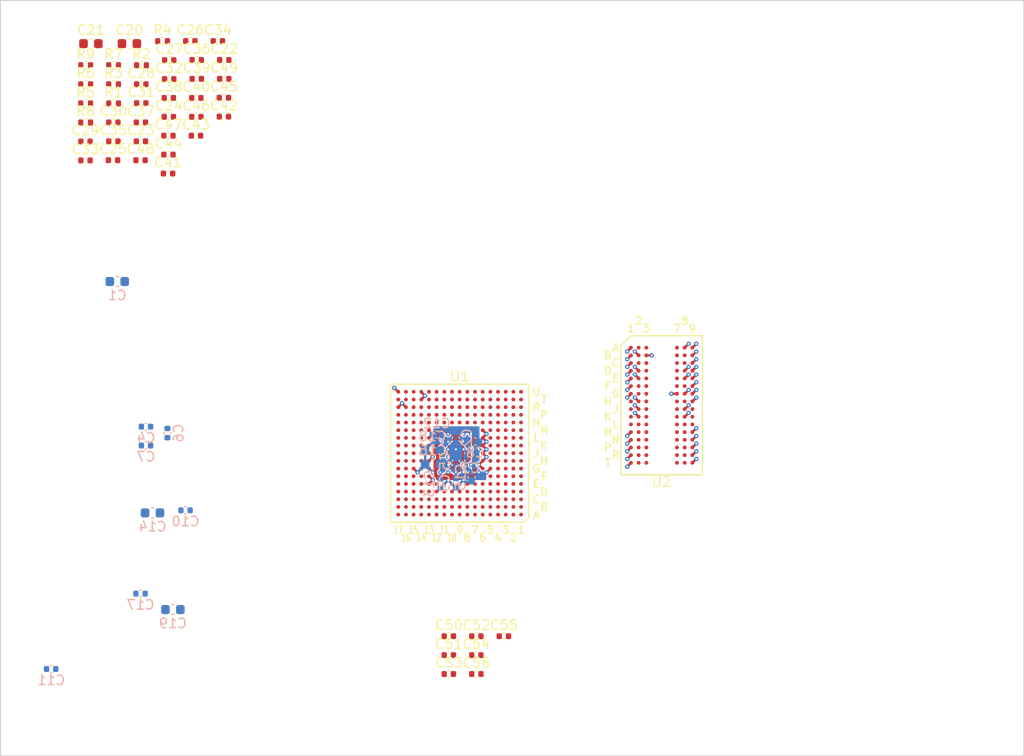
<source format=kicad_pcb>
(kicad_pcb (version 20171130) (host pcbnew "(5.1.7)-1")
  (layers (0 Front signal hide) (1 GND power hide) (2 PWR power hide) (31 Bottom signal) (34 B.Paste user hide) (35 F.Paste user hide) (36 B.SilkS user hide) (37 F.SilkS user hide) (38 B.Mask user hide) (39 F.Mask user hide) (44 Edge.Cuts user))
  (net 0 "")
  (net 1 GND)
  (net 2 +3V3)
  (net 3 +1V5)
  (net 4 SOC_CAP)
  (net 5 ARM_CAP)
  (net 6 NVCC_PLL)
  (net 7 SNVS_CAP)
  (net 8 HIGH_CAP)
  (net 9 "Net-(U1-PadA2)")
  (net 10 "Net-(U1-PadA3)")
  (net 11 "Net-(U1-PadA4)")
  (net 12 "Net-(U1-PadA5)")
  (net 13 "Net-(U1-PadA6)")
  (net 14 "Net-(U1-PadA7)")
  (net 15 "Net-(U1-PadA8)")
  (net 16 "Net-(U1-PadA9)")
  (net 17 "Net-(U1-PadA10)")
  (net 18 "Net-(U1-PadA11)")
  (net 19 "Net-(U1-PadA12)")
  (net 20 "Net-(U1-PadA13)")
  (net 21 "Net-(U1-PadA14)")
  (net 22 "Net-(U1-PadA15)")
  (net 23 "Net-(U1-PadA16)")
  (net 24 "Net-(U1-PadB1)")
  (net 25 "Net-(U1-PadB2)")
  (net 26 "Net-(U1-PadB3)")
  (net 27 "Net-(U1-PadB4)")
  (net 28 "Net-(U1-PadB5)")
  (net 29 "Net-(U1-PadB6)")
  (net 30 "Net-(U1-PadB7)")
  (net 31 "Net-(U1-PadB8)")
  (net 32 "Net-(U1-PadB9)")
  (net 33 "Net-(U1-PadB10)")
  (net 34 "Net-(U1-PadB11)")
  (net 35 "Net-(U1-PadB12)")
  (net 36 "Net-(U1-PadB13)")
  (net 37 "Net-(U1-PadB14)")
  (net 38 "Net-(U1-PadB15)")
  (net 39 "Net-(U1-PadB16)")
  (net 40 "Net-(U1-PadB17)")
  (net 41 "Net-(U1-PadC1)")
  (net 42 "Net-(U1-PadC2)")
  (net 43 "Net-(U1-PadC5)")
  (net 44 "Net-(U1-PadC6)")
  (net 45 "Net-(U1-PadC8)")
  (net 46 "Net-(U1-PadC9)")
  (net 47 "Net-(U1-PadC10)")
  (net 48 "Net-(U1-PadC12)")
  (net 49 "Net-(U1-PadC13)")
  (net 50 "Net-(U1-PadC14)")
  (net 51 "Net-(U1-PadC16)")
  (net 52 "Net-(U1-PadC17)")
  (net 53 "Net-(U1-PadD1)")
  (net 54 "Net-(U1-PadD2)")
  (net 55 "Net-(U1-PadD3)")
  (net 56 "Net-(U1-PadD4)")
  (net 57 "Net-(U1-PadD5)")
  (net 58 "Net-(U1-PadD6)")
  (net 59 "Net-(U1-PadD7)")
  (net 60 "Net-(U1-PadD8)")
  (net 61 "Net-(U1-PadD9)")
  (net 62 "Net-(U1-PadD10)")
  (net 63 "Net-(U1-PadD11)")
  (net 64 "Net-(U1-PadD12)")
  (net 65 "Net-(U1-PadD13)")
  (net 66 "Net-(U1-PadD14)")
  (net 67 "Net-(U1-PadD15)")
  (net 68 "Net-(U1-PadD16)")
  (net 69 "Net-(U1-PadD17)")
  (net 70 "Net-(U1-PadE1)")
  (net 71 "Net-(U1-PadE2)")
  (net 72 "Net-(U1-PadE3)")
  (net 73 "Net-(U1-PadE4)")
  (net 74 "Net-(U1-PadE5)")
  (net 75 "Net-(U1-PadE6)")
  (net 76 "Net-(U1-PadE9)")
  (net 77 "Net-(U1-PadE10)")
  (net 78 "Net-(U1-PadE12)")
  (net 79 "Net-(U1-PadE14)")
  (net 80 "Net-(U1-PadE15)")
  (net 81 "Net-(U1-PadE16)")
  (net 82 "Net-(U1-PadE17)")
  (net 83 "Net-(U1-PadF2)")
  (net 84 "Net-(U1-PadF3)")
  (net 85 "Net-(U1-PadF5)")
  (net 86 "Net-(U1-PadF14)")
  (net 87 "Net-(U1-PadF15)")
  (net 88 "Net-(U1-PadF16)")
  (net 89 "Net-(U1-PadF17)")
  (net 90 "Net-(U1-PadG13)")
  (net 91 "Net-(U1-PadG14)")
  (net 92 "Net-(U1-PadG16)")
  (net 93 "Net-(U1-PadG17)")
  (net 94 "Net-(U1-PadH14)")
  (net 95 "Net-(U1-PadH15)")
  (net 96 "Net-(U1-PadH16)")
  (net 97 "Net-(U1-PadH17)")
  (net 98 "Net-(U1-PadJ14)")
  (net 99 "Net-(U1-PadJ15)")
  (net 100 "Net-(U1-PadJ16)")
  (net 101 "Net-(U1-PadJ17)")
  (net 102 "Net-(U1-PadK13)")
  (net 103 "Net-(U1-PadK14)")
  (net 104 "Net-(U1-PadK15)")
  (net 105 "Net-(U1-PadK16)")
  (net 106 "Net-(U1-PadK17)")
  (net 107 "Net-(U1-PadL13)")
  (net 108 "Net-(U1-PadL14)")
  (net 109 "Net-(U1-PadL15)")
  (net 110 "Net-(U1-PadL16)")
  (net 111 "Net-(U1-PadL17)")
  (net 112 "Net-(U1-PadM13)")
  (net 113 "Net-(U1-PadM14)")
  (net 114 "Net-(U1-PadM15)")
  (net 115 "Net-(U1-PadM16)")
  (net 116 "Net-(U1-PadM17)")
  (net 117 "Net-(U1-PadN8)")
  (net 118 "Net-(U1-PadN9)")
  (net 119 "Net-(U1-PadN10)")
  (net 120 "Net-(U1-PadN11)")
  (net 121 "Net-(U1-PadN14)")
  (net 122 "Net-(U1-PadN15)")
  (net 123 "Net-(U1-PadN16)")
  (net 124 "Net-(U1-PadN17)")
  (net 125 "Net-(U1-PadP8)")
  (net 126 "Net-(U1-PadP9)")
  (net 127 "Net-(U1-PadP10)")
  (net 128 "Net-(U1-PadP11)")
  (net 129 "Net-(U1-PadP14)")
  (net 130 "Net-(U1-PadP15)")
  (net 131 "Net-(U1-PadP16)")
  (net 132 "Net-(U1-PadP17)")
  (net 133 "Net-(U1-PadR6)")
  (net 134 "Net-(U1-PadR8)")
  (net 135 "Net-(U1-PadR9)")
  (net 136 "Net-(U1-PadR10)")
  (net 137 "Net-(U1-PadR12)")
  (net 138 "Net-(U1-PadR13)")
  (net 139 "Net-(U1-PadT9)")
  (net 140 "Net-(U1-PadT10)")
  (net 141 "Net-(U1-PadT11)")
  (net 142 "Net-(U1-PadT12)")
  (net 143 "Net-(U1-PadT13)")
  (net 144 "Net-(U1-PadT15)")
  (net 145 "Net-(U1-PadT16)")
  (net 146 "Net-(U1-PadT17)")
  (net 147 "Net-(U1-PadU9)")
  (net 148 "Net-(U1-PadU10)")
  (net 149 "Net-(U1-PadU11)")
  (net 150 "Net-(U1-PadU12)")
  (net 151 "Net-(U1-PadU13)")
  (net 152 "Net-(U1-PadU15)")
  (net 153 "Net-(U1-PadU16)")
  (net 154 DRAM_1V35)
  (net 155 VREFDDR)
  (net 156 VDD_HIGH_CAP)
  (net 157 /DDR/DQSL-)
  (net 158 /DDR/DQSL+)
  (net 159 /DDR/DQSU-)
  (net 160 /DDR/DQSU+)
  (net 161 /DDR/RESET#)
  (net 162 /DDR/CKE1)
  (net 163 /DDR/CKE0)
  (net 164 /DDR/ZQPAD)
  (net 165 /DDR/CK+)
  (net 166 /DDR/CK-)
  (net 167 /DDR/ZQ)
  (net 168 /DDR/ZQ1)
  (net 169 /DDR/DQL4)
  (net 170 /DDR/DQL3)
  (net 171 /DDR/DQL1)
  (net 172 /DDR/DQU2)
  (net 173 /DDR/DQL7)
  (net 174 /DDR/DQU1)
  (net 175 /DDR/DQU0)
  (net 176 /DDR/DQL5)
  (net 177 /DDR/DML)
  (net 178 /DDR/DQL2)
  (net 179 /DDR/DQL6)
  (net 180 /DDR/DQL0)
  (net 181 /DDR/DMU)
  (net 182 /DDR/DQU3)
  (net 183 /DDR/DQU6)
  (net 184 /DDR/DQU7)
  (net 185 /DDR/DQU4)
  (net 186 /DDR/DQU5)
  (net 187 /DDR/CS0#)
  (net 188 /DDR/ODT0)
  (net 189 /DDR/RAS#)
  (net 190 /DDR/A10)
  (net 191 /DDR/A3)
  (net 192 /DDR/BA0)
  (net 193 /DDR/A0)
  (net 194 /DDR/A12)
  (net 195 /DDR/A9)
  (net 196 /DDR/A5)
  (net 197 /DDR/A15)
  (net 198 /DDR/A4)
  (net 199 /DDR/A11)
  (net 200 /DDR/BA2)
  (net 201 /DDR/A2)
  (net 202 /DDR/A8)
  (net 203 /DDR/CAS#)
  (net 204 /DDR/WE#)
  (net 205 /DDR/CS1#)
  (net 206 /DDR/A7)
  (net 207 /DDR/A13)
  (net 208 /DDR/A1)
  (net 209 /DDR/BA1)
  (net 210 /DDR/A6)
  (net 211 /DDR/A14)
  (net 212 /DDR/ODT1)
  (module Capacitor_SMD:C_0402_1005Metric (layer Front) (at 148.67 108.32)
    (fp_text reference C56 (at 0 -1.16) (layer F.SilkS))
    (fp_text value 0.22uF)
    (pad 2 smd roundrect (at 0.48 0) (size 0.56 0.62) (layers Front F.Paste F.Mask) (net 1 GND))
    (pad 1 smd roundrect (at -0.48 0) (size 0.56 0.62) (layers Front F.Paste F.Mask) (net 2 +3V3))
  )
  (module Capacitor_SMD:C_0402_1005Metric (layer Front) (at 151.54 104.38)
    (fp_text reference C55 (at 0 -1.16) (layer F.SilkS))
    (fp_text value 0.22uF)
    (pad 2 smd roundrect (at 0.48 0) (size 0.56 0.62) (layers Front F.Paste F.Mask) (net 1 GND))
    (pad 1 smd roundrect (at -0.48 0) (size 0.56 0.62) (layers Front F.Paste F.Mask) (net 2 +3V3))
  )
  (module Capacitor_SMD:C_0402_1005Metric (layer Front) (at 148.67 106.35)
    (fp_text reference C54 (at 0 -1.16) (layer F.SilkS))
    (fp_text value 0.22uF)
    (pad 2 smd roundrect (at 0.48 0) (size 0.56 0.62) (layers Front F.Paste F.Mask) (net 1 GND))
    (pad 1 smd roundrect (at -0.48 0) (size 0.56 0.62) (layers Front F.Paste F.Mask) (net 2 +3V3))
  )
  (module Capacitor_SMD:C_0402_1005Metric (layer Front) (at 145.8 108.32)
    (fp_text reference C53 (at 0 -1.16) (layer F.SilkS))
    (fp_text value 0.22uF)
    (pad 2 smd roundrect (at 0.48 0) (size 0.56 0.62) (layers Front F.Paste F.Mask) (net 1 GND))
    (pad 1 smd roundrect (at -0.48 0) (size 0.56 0.62) (layers Front F.Paste F.Mask) (net 2 +3V3))
  )
  (module Capacitor_SMD:C_0402_1005Metric (layer Front) (at 148.67 104.38)
    (fp_text reference C52 (at 0 -1.16) (layer F.SilkS))
    (fp_text value 0.22uF)
    (pad 2 smd roundrect (at 0.48 0) (size 0.56 0.62) (layers Front F.Paste F.Mask) (net 1 GND))
    (pad 1 smd roundrect (at -0.48 0) (size 0.56 0.62) (layers Front F.Paste F.Mask) (net 2 +3V3))
  )
  (module Capacitor_SMD:C_0402_1005Metric (layer Front) (at 145.8 106.35)
    (fp_text reference C51 (at 0 -1.16) (layer F.SilkS))
    (fp_text value 0.22uF)
    (pad 2 smd roundrect (at 0.48 0) (size 0.56 0.62) (layers Front F.Paste F.Mask) (net 1 GND))
    (pad 1 smd roundrect (at -0.48 0) (size 0.56 0.62) (layers Front F.Paste F.Mask) (net 2 +3V3))
  )
  (module Capacitor_SMD:C_0402_1005Metric (layer Front) (at 145.8 104.38)
    (fp_text reference C50 (at 0 -1.16) (layer F.SilkS))
    (fp_text value 0.22uF)
    (pad 2 smd roundrect (at 0.48 0) (size 0.56 0.62) (layers Front F.Paste F.Mask) (net 1 GND))
    (pad 1 smd roundrect (at -0.48 0) (size 0.56 0.62) (layers Front F.Paste F.Mask) (net 2 +3V3))
  )
  (module Resistor_SMD:R_0402_1005Metric (layer Front) (at 107.94 44.85)
    (fp_text reference R9 (at 0 -1.17) (layer F.SilkS))
    (fp_text value 240)
    (pad 2 smd roundrect (at 0.51 0) (size 0.54 0.64) (layers Front F.Paste F.Mask) (net 168 /DDR/ZQ1))
    (pad 1 smd roundrect (at -0.51 0) (size 0.54 0.64) (layers Front F.Paste F.Mask) (net 1 GND))
  )
  (module Resistor_SMD:R_0402_1005Metric (layer Front) (at 107.94 50.82)
    (fp_text reference R8 (at 0 -1.17) (layer F.SilkS))
    (fp_text value 240)
    (pad 2 smd roundrect (at 0.51 0) (size 0.54 0.64) (layers Front F.Paste F.Mask) (net 167 /DDR/ZQ))
    (pad 1 smd roundrect (at -0.51 0) (size 0.54 0.64) (layers Front F.Paste F.Mask) (net 1 GND))
  )
  (module Resistor_SMD:R_0402_1005Metric (layer Front) (at 110.85 44.85)
    (fp_text reference R7 (at 0 -1.17) (layer F.SilkS))
    (fp_text value 1.5K)
    (pad 2 smd roundrect (at 0.51 0) (size 0.54 0.64) (layers Front F.Paste F.Mask) (net 155 VREFDDR))
    (pad 1 smd roundrect (at -0.51 0) (size 0.54 0.64) (layers Front F.Paste F.Mask) (net 1 GND))
  )
  (module Resistor_SMD:R_0402_1005Metric (layer Front) (at 107.94 46.84)
    (fp_text reference R6 (at 0 -1.17) (layer F.SilkS))
    (fp_text value 1.5K)
    (pad 2 smd roundrect (at 0.51 0) (size 0.54 0.64) (layers Front F.Paste F.Mask) (net 154 DRAM_1V35))
    (pad 1 smd roundrect (at -0.51 0) (size 0.54 0.64) (layers Front F.Paste F.Mask) (net 155 VREFDDR))
  )
  (module Resistor_SMD:R_0402_1005Metric (layer Front) (at 107.94 48.83)
    (fp_text reference R5 (at 0 -1.17) (layer F.SilkS))
    (fp_text value 470)
    (pad 2 smd roundrect (at 0.51 0) (size 0.54 0.64) (layers Front F.Paste F.Mask) (net 165 /DDR/CK+))
    (pad 1 smd roundrect (at -0.51 0) (size 0.54 0.64) (layers Front F.Paste F.Mask) (net 166 /DDR/CK-))
  )
  (module Resistor_SMD:R_0402_1005Metric (layer Front) (at 115.96 42.34)
    (fp_text reference R4 (at 0 -1.17) (layer F.SilkS))
    (fp_text value 240)
    (pad 2 smd roundrect (at 0.51 0) (size 0.54 0.64) (layers Front F.Paste F.Mask) (net 164 /DDR/ZQPAD))
    (pad 1 smd roundrect (at -0.51 0) (size 0.54 0.64) (layers Front F.Paste F.Mask) (net 1 GND))
  )
  (module Resistor_SMD:R_0402_1005Metric (layer Front) (at 110.85 46.84)
    (fp_text reference R3 (at 0 -1.17) (layer F.SilkS))
    (fp_text value 10K)
    (pad 2 smd roundrect (at 0.51 0) (size 0.54 0.64) (layers Front F.Paste F.Mask) (net 1 GND))
    (pad 1 smd roundrect (at -0.51 0) (size 0.54 0.64) (layers Front F.Paste F.Mask) (net 163 /DDR/CKE0))
  )
  (module Resistor_SMD:R_0402_1005Metric (layer Front) (at 113.76 44.85)
    (fp_text reference R2 (at 0 -1.17) (layer F.SilkS))
    (fp_text value 10K)
    (pad 2 smd roundrect (at 0.51 0) (size 0.54 0.64) (layers Front F.Paste F.Mask) (net 1 GND))
    (pad 1 smd roundrect (at -0.51 0) (size 0.54 0.64) (layers Front F.Paste F.Mask) (net 162 /DDR/CKE1))
  )
  (module Resistor_SMD:R_0402_1005Metric (layer Front) (at 110.85 48.83)
    (fp_text reference R1 (at 0 -1.17) (layer F.SilkS))
    (fp_text value 10K)
    (pad 2 smd roundrect (at 0.51 0) (size 0.54 0.64) (layers Front F.Paste F.Mask) (net 1 GND))
    (pad 1 smd roundrect (at -0.51 0) (size 0.54 0.64) (layers Front F.Paste F.Mask) (net 161 /DDR/RESET#))
  )
  (module Capacitor_SMD:C_0402_1005Metric (layer Front) (at 122.39 46.27)
    (fp_text reference C49 (at 0 -1.16) (layer F.SilkS))
    (fp_text value 2.2pF)
    (pad 2 smd roundrect (at 0.48 0) (size 0.56 0.62) (layers Front F.Paste F.Mask) (net 159 /DDR/DQSU-))
    (pad 1 smd roundrect (at -0.48 0) (size 0.56 0.62) (layers Front F.Paste F.Mask) (net 160 /DDR/DQSU+))
  )
  (module Capacitor_SMD:C_0402_1005Metric (layer Front) (at 113.66 54.75)
    (fp_text reference C48 (at 0 -1.16) (layer F.SilkS))
    (fp_text value 2.2pF)
    (pad 2 smd roundrect (at 0.48 0) (size 0.56 0.62) (layers Front F.Paste F.Mask) (net 157 /DDR/DQSL-))
    (pad 1 smd roundrect (at -0.48 0) (size 0.56 0.62) (layers Front F.Paste F.Mask) (net 158 /DDR/DQSL+))
  )
  (module Capacitor_SMD:C_0402_1005Metric (layer Front) (at 116.57 52.2)
    (fp_text reference C47 (at 0 -1.16) (layer F.SilkS))
    (fp_text value 2.2pF)
    (pad 2 smd roundrect (at 0.48 0) (size 0.56 0.62) (layers Front F.Paste F.Mask) (net 159 /DDR/DQSU-))
    (pad 1 smd roundrect (at -0.48 0) (size 0.56 0.62) (layers Front F.Paste F.Mask) (net 160 /DDR/DQSU+))
  )
  (module Capacitor_SMD:C_0402_1005Metric (layer Front) (at 119.48 50.23)
    (fp_text reference C46 (at 0 -1.16) (layer F.SilkS))
    (fp_text value 2.2pF)
    (pad 2 smd roundrect (at 0.48 0) (size 0.56 0.62) (layers Front F.Paste F.Mask) (net 157 /DDR/DQSL-))
    (pad 1 smd roundrect (at -0.48 0) (size 0.56 0.62) (layers Front F.Paste F.Mask) (net 158 /DDR/DQSL+))
  )
  (module Capacitor_SMD:C_0402_1005Metric (layer Front) (at 122.35 48.24)
    (fp_text reference C45 (at 0 -1.16) (layer F.SilkS))
    (fp_text value 0.1uF)
    (pad 2 smd roundrect (at 0.48 0) (size 0.56 0.62) (layers Front F.Paste F.Mask) (net 1 GND))
    (pad 1 smd roundrect (at -0.48 0) (size 0.56 0.62) (layers Front F.Paste F.Mask) (net 155 VREFDDR))
  )
  (module Capacitor_SMD:C_0402_1005Metric (layer Front) (at 116.57 54.17)
    (fp_text reference C44 (at 0 -1.16) (layer F.SilkS))
    (fp_text value 0.1uF)
    (pad 2 smd roundrect (at 0.48 0) (size 0.56 0.62) (layers Front F.Paste F.Mask) (net 155 VREFDDR))
    (pad 1 smd roundrect (at -0.48 0) (size 0.56 0.62) (layers Front F.Paste F.Mask) (net 154 DRAM_1V35))
  )
  (module Capacitor_SMD:C_0402_1005Metric (layer Front) (at 119.44 52.2)
    (fp_text reference C43 (at 0 -1.16) (layer F.SilkS))
    (fp_text value 4.7uF)
    (pad 2 smd roundrect (at 0.48 0) (size 0.56 0.62) (layers Front F.Paste F.Mask) (net 1 GND))
    (pad 1 smd roundrect (at -0.48 0) (size 0.56 0.62) (layers Front F.Paste F.Mask) (net 154 DRAM_1V35))
  )
  (module Capacitor_SMD:C_0402_1005Metric (layer Front) (at 122.35 50.21)
    (fp_text reference C42 (at 0 -1.16) (layer F.SilkS))
    (fp_text value 0.22uF)
    (pad 2 smd roundrect (at 0.48 0) (size 0.56 0.62) (layers Front F.Paste F.Mask) (net 1 GND))
    (pad 1 smd roundrect (at -0.48 0) (size 0.56 0.62) (layers Front F.Paste F.Mask) (net 154 DRAM_1V35))
  )
  (module Capacitor_SMD:C_0402_1005Metric (layer Front) (at 116.53 56.14)
    (fp_text reference C41 (at 0 -1.16) (layer F.SilkS))
    (fp_text value 0.22uF)
    (pad 2 smd roundrect (at 0.48 0) (size 0.56 0.62) (layers Front F.Paste F.Mask) (net 1 GND))
    (pad 1 smd roundrect (at -0.48 0) (size 0.56 0.62) (layers Front F.Paste F.Mask) (net 155 VREFDDR))
  )
  (module Capacitor_SMD:C_0402_1005Metric (layer Front) (at 119.48 48.26)
    (fp_text reference C40 (at 0 -1.16) (layer F.SilkS))
    (fp_text value 0.22uF)
    (pad 2 smd roundrect (at 0.48 0) (size 0.56 0.62) (layers Front F.Paste F.Mask) (net 1 GND))
    (pad 1 smd roundrect (at -0.48 0) (size 0.56 0.62) (layers Front F.Paste F.Mask) (net 154 DRAM_1V35))
  )
  (module Capacitor_SMD:C_0402_1005Metric (layer Front) (at 119.52 46.27)
    (fp_text reference C39 (at 0 -1.16) (layer F.SilkS))
    (fp_text value 0.22uF)
    (pad 2 smd roundrect (at 0.48 0) (size 0.56 0.62) (layers Front F.Paste F.Mask) (net 1 GND))
    (pad 1 smd roundrect (at -0.48 0) (size 0.56 0.62) (layers Front F.Paste F.Mask) (net 155 VREFDDR))
  )
  (module Capacitor_SMD:C_0402_1005Metric (layer Front) (at 116.61 48.26)
    (fp_text reference C38 (at 0 -1.16) (layer F.SilkS))
    (fp_text value 0.22uF)
    (pad 2 smd roundrect (at 0.48 0) (size 0.56 0.62) (layers Front F.Paste F.Mask) (net 1 GND))
    (pad 1 smd roundrect (at -0.48 0) (size 0.56 0.62) (layers Front F.Paste F.Mask) (net 154 DRAM_1V35))
  )
  (module Capacitor_SMD:C_0402_1005Metric (layer Front) (at 113.7 50.81)
    (fp_text reference C37 (at 0 -1.16) (layer F.SilkS))
    (fp_text value 0.22uF)
    (pad 2 smd roundrect (at 0.48 0) (size 0.56 0.62) (layers Front F.Paste F.Mask) (net 1 GND))
    (pad 1 smd roundrect (at -0.48 0) (size 0.56 0.62) (layers Front F.Paste F.Mask) (net 154 DRAM_1V35))
  )
  (module Capacitor_SMD:C_0402_1005Metric (layer Front) (at 119.52 44.3)
    (fp_text reference C36 (at 0 -1.16) (layer F.SilkS))
    (fp_text value 0.22uF)
    (pad 2 smd roundrect (at 0.48 0) (size 0.56 0.62) (layers Front F.Paste F.Mask) (net 1 GND))
    (pad 1 smd roundrect (at -0.48 0) (size 0.56 0.62) (layers Front F.Paste F.Mask) (net 156 VDD_HIGH_CAP))
  )
  (module Capacitor_SMD:C_0402_1005Metric (layer Front) (at 110.83 52.78)
    (fp_text reference C35 (at 0 -1.16) (layer F.SilkS))
    (fp_text value 0.22uF)
    (pad 2 smd roundrect (at 0.48 0) (size 0.56 0.62) (layers Front F.Paste F.Mask) (net 1 GND))
    (pad 1 smd roundrect (at -0.48 0) (size 0.56 0.62) (layers Front F.Paste F.Mask) (net 154 DRAM_1V35))
  )
  (module Capacitor_SMD:C_0402_1005Metric (layer Front) (at 121.72 42.33)
    (fp_text reference C34 (at 0 -1.16) (layer F.SilkS))
    (fp_text value 0.22uF)
    (pad 2 smd roundrect (at 0.48 0) (size 0.56 0.62) (layers Front F.Paste F.Mask) (net 1 GND))
    (pad 1 smd roundrect (at -0.48 0) (size 0.56 0.62) (layers Front F.Paste F.Mask) (net 155 VREFDDR))
  )
  (module Capacitor_SMD:C_0402_1005Metric (layer Front) (at 107.92 54.77)
    (fp_text reference C33 (at 0 -1.16) (layer F.SilkS))
    (fp_text value 0.22uF)
    (pad 2 smd roundrect (at 0.48 0) (size 0.56 0.62) (layers Front F.Paste F.Mask) (net 1 GND))
    (pad 1 smd roundrect (at -0.48 0) (size 0.56 0.62) (layers Front F.Paste F.Mask) (net 154 DRAM_1V35))
  )
  (module Capacitor_SMD:C_0402_1005Metric (layer Front) (at 116.65 46.29)
    (fp_text reference C32 (at 0 -1.16) (layer F.SilkS))
    (fp_text value 0.22uF)
    (pad 2 smd roundrect (at 0.48 0) (size 0.56 0.62) (layers Front F.Paste F.Mask) (net 1 GND))
    (pad 1 smd roundrect (at -0.48 0) (size 0.56 0.62) (layers Front F.Paste F.Mask) (net 154 DRAM_1V35))
  )
  (module Capacitor_SMD:C_0402_1005Metric (layer Front) (at 113.74 48.8)
    (fp_text reference C31 (at 0 -1.16) (layer F.SilkS))
    (fp_text value 0.22uF)
    (pad 2 smd roundrect (at 0.48 0) (size 0.56 0.62) (layers Front F.Paste F.Mask) (net 1 GND))
    (pad 1 smd roundrect (at -0.48 0) (size 0.56 0.62) (layers Front F.Paste F.Mask) (net 154 DRAM_1V35))
  )
  (module Capacitor_SMD:C_0402_1005Metric (layer Front) (at 110.83 50.81)
    (fp_text reference C30 (at 0 -1.16) (layer F.SilkS))
    (fp_text value 0.22uF)
    (pad 2 smd roundrect (at 0.48 0) (size 0.56 0.62) (layers Front F.Paste F.Mask) (net 1 GND))
    (pad 1 smd roundrect (at -0.48 0) (size 0.56 0.62) (layers Front F.Paste F.Mask) (net 154 DRAM_1V35))
  )
  (module Capacitor_SMD:C_0402_1005Metric (layer Front) (at 107.92 52.8)
    (fp_text reference C29 (at 0 -1.16) (layer F.SilkS))
    (fp_text value 0.22uF)
    (pad 2 smd roundrect (at 0.48 0) (size 0.56 0.62) (layers Front F.Paste F.Mask) (net 1 GND))
    (pad 1 smd roundrect (at -0.48 0) (size 0.56 0.62) (layers Front F.Paste F.Mask) (net 154 DRAM_1V35))
  )
  (module Capacitor_SMD:C_0402_1005Metric (layer Front) (at 113.74 46.83)
    (fp_text reference C28 (at 0 -1.16) (layer F.SilkS))
    (fp_text value 0.22uF)
    (pad 2 smd roundrect (at 0.48 0) (size 0.56 0.62) (layers Front F.Paste F.Mask) (net 1 GND))
    (pad 1 smd roundrect (at -0.48 0) (size 0.56 0.62) (layers Front F.Paste F.Mask) (net 154 DRAM_1V35))
  )
  (module Capacitor_SMD:C_0402_1005Metric (layer Front) (at 116.65 44.32)
    (fp_text reference C27 (at 0 -1.16) (layer F.SilkS))
    (fp_text value 0.22uF)
    (pad 2 smd roundrect (at 0.48 0) (size 0.56 0.62) (layers Front F.Paste F.Mask) (net 1 GND))
    (pad 1 smd roundrect (at -0.48 0) (size 0.56 0.62) (layers Front F.Paste F.Mask) (net 154 DRAM_1V35))
  )
  (module Capacitor_SMD:C_0402_1005Metric (layer Front) (at 118.85 42.33)
    (fp_text reference C26 (at 0 -1.16) (layer F.SilkS))
    (fp_text value 0.22uF)
    (pad 2 smd roundrect (at 0.48 0) (size 0.56 0.62) (layers Front F.Paste F.Mask) (net 1 GND))
    (pad 1 smd roundrect (at -0.48 0) (size 0.56 0.62) (layers Front F.Paste F.Mask) (net 154 DRAM_1V35))
  )
  (module Capacitor_SMD:C_0402_1005Metric (layer Front) (at 110.79 54.75)
    (fp_text reference C25 (at 0 -1.16) (layer F.SilkS))
    (fp_text value 0.22uF)
    (pad 2 smd roundrect (at 0.48 0) (size 0.56 0.62) (layers Front F.Paste F.Mask) (net 1 GND))
    (pad 1 smd roundrect (at -0.48 0) (size 0.56 0.62) (layers Front F.Paste F.Mask) (net 154 DRAM_1V35))
  )
  (module Capacitor_SMD:C_0402_1005Metric (layer Front) (at 116.61 50.23)
    (fp_text reference C24 (at 0 -1.16) (layer F.SilkS))
    (fp_text value 0.22uF)
    (pad 2 smd roundrect (at 0.48 0) (size 0.56 0.62) (layers Front F.Paste F.Mask) (net 1 GND))
    (pad 1 smd roundrect (at -0.48 0) (size 0.56 0.62) (layers Front F.Paste F.Mask) (net 154 DRAM_1V35))
  )
  (module Capacitor_SMD:C_0402_1005Metric (layer Front) (at 113.7 52.78)
    (fp_text reference C23 (at 0 -1.16) (layer F.SilkS))
    (fp_text value 0.22uF)
    (pad 2 smd roundrect (at 0.48 0) (size 0.56 0.62) (layers Front F.Paste F.Mask) (net 1 GND))
    (pad 1 smd roundrect (at -0.48 0) (size 0.56 0.62) (layers Front F.Paste F.Mask) (net 154 DRAM_1V35))
  )
  (module Capacitor_SMD:C_0402_1005Metric (layer Front) (at 122.39 44.3)
    (fp_text reference C22 (at 0 -1.16) (layer F.SilkS))
    (fp_text value 0.22uF)
    (pad 2 smd roundrect (at 0.48 0) (size 0.56 0.62) (layers Front F.Paste F.Mask) (net 1 GND))
    (pad 1 smd roundrect (at -0.48 0) (size 0.56 0.62) (layers Front F.Paste F.Mask) (net 154 DRAM_1V35))
  )
  (module Capacitor_SMD:C_0603_1608Metric (layer Front) (at 108.49 42.6)
    (fp_text reference C21 (at 0 -1.43) (layer F.SilkS))
    (fp_text value 22uF)
    (pad 2 smd roundrect (at 0.775 0) (size 0.9 0.95) (layers Front F.Paste F.Mask) (net 1 GND))
    (pad 1 smd roundrect (at -0.775 0) (size 0.9 0.95) (layers Front F.Paste F.Mask) (net 154 DRAM_1V35))
  )
  (module Capacitor_SMD:C_0603_1608Metric (layer Front) (at 112.5 42.6)
    (fp_text reference C20 (at 0 -1.43) (layer F.SilkS))
    (fp_text value 10uF)
    (pad 2 smd roundrect (at 0.775 0) (size 0.9 0.95) (layers Front F.Paste F.Mask) (net 1 GND))
    (pad 1 smd roundrect (at -0.775 0) (size 0.9 0.95) (layers Front F.Paste F.Mask) (net 154 DRAM_1V35))
  )
  (module Capacitor_SMD:C_0603_1608Metric (layer Bottom) (at 117.035 101.6)
    (fp_text reference C19 (at 0 1.43) (layer B.SilkS) (effects (justify mirror)))
    (fp_text value 10uF)
    (pad 2 smd roundrect (at 0.775 0) (size 0.9 0.95) (layers Bottom B.Paste B.Mask) (net 1 GND))
    (pad 1 smd roundrect (at -0.775 0) (size 0.9 0.95) (layers Bottom B.Paste B.Mask) (net 8 HIGH_CAP))
  )
  (module Capacitor_SMD:C_0603_1608Metric (layer Bottom) (at 144.1 84.97 180)
    (fp_text reference C18 (at 0 1.43) (layer B.SilkS) (effects (justify mirror)))
    (fp_text value 22uF)
    (pad 2 smd roundrect (at 0.775 0 180) (size 0.9 0.95) (layers Bottom B.Paste B.Mask) (net 1 GND))
    (pad 1 smd roundrect (at -0.775 0 180) (size 0.9 0.95) (layers Bottom B.Paste B.Mask) (net 4 SOC_CAP))
  )
  (module Capacitor_SMD:C_0402_1005Metric (layer Bottom) (at 113.66 99.94)
    (fp_text reference C17 (at 0 1.16) (layer B.SilkS) (effects (justify mirror)))
    (fp_text value 0.22uF)
    (pad 2 smd roundrect (at 0.48 0) (size 0.56 0.62) (layers Bottom B.Paste B.Mask) (net 1 GND))
    (pad 1 smd roundrect (at -0.48 0) (size 0.56 0.62) (layers Bottom B.Paste B.Mask) (net 8 HIGH_CAP))
  )
  (module Capacitor_SMD:C_0603_1608Metric (layer Bottom) (at 144.115 86.44 180)
    (fp_text reference C16 (at 0 1.43) (layer B.SilkS) (effects (justify mirror)))
    (fp_text value 22uF)
    (pad 1 smd roundrect (at -0.775 0 180) (size 0.9 0.95) (layers Bottom B.Paste B.Mask) (net 5 ARM_CAP))
    (pad 2 smd roundrect (at 0.775 0 180) (size 0.9 0.95) (layers Bottom B.Paste B.Mask) (net 1 GND))
  )
  (module Capacitor_SMD:C_0402_1005Metric (layer Bottom) (at 148.19 87.8 270)
    (fp_text reference C15 (at 0 1.16 90) (layer B.SilkS) (effects (justify mirror)))
    (fp_text value 0.22uF)
    (pad 2 smd roundrect (at 0.48 0 270) (size 0.56 0.62) (layers Bottom B.Paste B.Mask) (net 1 GND))
    (pad 1 smd roundrect (at -0.48 0 270) (size 0.56 0.62) (layers Bottom B.Paste B.Mask) (net 4 SOC_CAP))
  )
  (module Capacitor_SMD:C_0603_1608Metric (layer Bottom) (at 114.91 91.52)
    (fp_text reference C14 (at 0 1.43) (layer B.SilkS) (effects (justify mirror)))
    (fp_text value 10uF)
    (pad 2 smd roundrect (at 0.775 0) (size 0.9 0.95) (layers Bottom B.Paste B.Mask) (net 1 GND))
    (pad 1 smd roundrect (at -0.775 0) (size 0.9 0.95) (layers Bottom B.Paste B.Mask) (net 6 NVCC_PLL))
  )
  (module Capacitor_SMD:C_0402_1005Metric (layer Bottom) (at 144.93 88.48 270)
    (fp_text reference C13 (at 0 1.16 90) (layer B.SilkS) (effects (justify mirror)))
    (fp_text value 0.22uF)
    (pad 2 smd roundrect (at 0.48 0 270) (size 0.56 0.62) (layers Bottom B.Paste B.Mask) (net 1 GND))
    (pad 1 smd roundrect (at -0.48 0 270) (size 0.56 0.62) (layers Bottom B.Paste B.Mask) (net 5 ARM_CAP))
  )
  (module Capacitor_SMD:C_0402_1005Metric (layer Bottom) (at 144.55 83.35 180)
    (fp_text reference C12 (at 0 1.16) (layer B.SilkS) (effects (justify mirror)))
    (fp_text value 0.22uF)
    (pad 2 smd roundrect (at 0.48 0 180) (size 0.56 0.62) (layers Bottom B.Paste B.Mask) (net 1 GND))
    (pad 1 smd roundrect (at -0.48 0 180) (size 0.56 0.62) (layers Bottom B.Paste B.Mask) (net 4 SOC_CAP))
  )
  (module Capacitor_SMD:C_0402_1005Metric (layer Bottom) (at 104.34 107.8)
    (fp_text reference C11 (at 0 1.16) (layer B.SilkS) (effects (justify mirror)))
    (fp_text value 0.22uF)
    (pad 2 smd roundrect (at 0.48 0) (size 0.56 0.62) (layers Bottom B.Paste B.Mask) (net 1 GND))
    (pad 1 smd roundrect (at -0.48 0) (size 0.56 0.62) (layers Bottom B.Paste B.Mask) (net 7 SNVS_CAP))
  )
  (module Capacitor_SMD:C_0402_1005Metric (layer Bottom) (at 118.35 91.25)
    (fp_text reference C10 (at 0 1.16) (layer B.SilkS) (effects (justify mirror)))
    (fp_text value 0.22uF)
    (pad 2 smd roundrect (at 0.48 0) (size 0.56 0.62) (layers Bottom B.Paste B.Mask) (net 1 GND))
    (pad 1 smd roundrect (at -0.48 0) (size 0.56 0.62) (layers Bottom B.Paste B.Mask) (net 6 NVCC_PLL))
  )
  (module Capacitor_SMD:C_0402_1005Metric (layer Bottom) (at 146.54 88.43 270)
    (fp_text reference C9 (at 0 1.16 90) (layer B.SilkS) (effects (justify mirror)))
    (fp_text value 0.22uF)
    (pad 2 smd roundrect (at 0.48 0 270) (size 0.56 0.62) (layers Bottom B.Paste B.Mask) (net 1 GND))
    (pad 1 smd roundrect (at -0.48 0 270) (size 0.56 0.62) (layers Bottom B.Paste B.Mask) (net 5 ARM_CAP))
  )
  (module Capacitor_SMD:C_0402_1005Metric (layer Bottom) (at 148.55 84.08)
    (fp_text reference C8 (at 0 1.16) (layer B.SilkS) (effects (justify mirror)))
    (fp_text value 0.22uF)
    (pad 2 smd roundrect (at 0.48 0) (size 0.56 0.62) (layers Bottom B.Paste B.Mask) (net 1 GND))
    (pad 1 smd roundrect (at -0.48 0) (size 0.56 0.62) (layers Bottom B.Paste B.Mask) (net 4 SOC_CAP))
  )
  (module Capacitor_SMD:C_0402_1005Metric (layer Bottom) (at 114.23 84.5)
    (fp_text reference C7 (at 0 1.16) (layer B.SilkS) (effects (justify mirror)))
    (fp_text value 0.22uF)
    (pad 2 smd roundrect (at 0.48 0) (size 0.56 0.62) (layers Bottom B.Paste B.Mask) (net 1 GND))
    (pad 1 smd roundrect (at -0.48 0) (size 0.56 0.62) (layers Bottom B.Paste B.Mask) (net 3 +1V5))
  )
  (module Capacitor_SMD:C_0402_1005Metric (layer Bottom) (at 116.46 83.2 90)
    (fp_text reference C6 (at 0 1.16 -90) (layer B.SilkS) (effects (justify mirror)))
    (fp_text value 0.22uF)
    (pad 2 smd roundrect (at 0.48 0 90) (size 0.56 0.62) (layers Bottom B.Paste B.Mask) (net 1 GND))
    (pad 1 smd roundrect (at -0.48 0 90) (size 0.56 0.62) (layers Bottom B.Paste B.Mask) (net 3 +1V5))
  )
  (module Capacitor_SMD:C_0402_1005Metric (layer Bottom) (at 146.55 86.105 270)
    (fp_text reference C5 (at 0 1.16 90) (layer B.SilkS) (effects (justify mirror)))
    (fp_text value 0.22uF)
    (pad 2 smd roundrect (at 0.48 0 270) (size 0.56 0.62) (layers Bottom B.Paste B.Mask) (net 1 GND))
    (pad 1 smd roundrect (at -0.48 0 270) (size 0.56 0.62) (layers Bottom B.Paste B.Mask) (net 2 +3V3))
  )
  (module Capacitor_SMD:C_0402_1005Metric (layer Bottom) (at 114.23 82.53)
    (fp_text reference C4 (at 0 1.16) (layer B.SilkS) (effects (justify mirror)))
    (fp_text value 4.7)
    (pad 2 smd roundrect (at 0.48 0) (size 0.56 0.62) (layers Bottom B.Paste B.Mask) (net 1 GND))
    (pad 1 smd roundrect (at -0.48 0) (size 0.56 0.62) (layers Bottom B.Paste B.Mask) (net 3 +1V5))
  )
  (module Capacitor_SMD:C_0402_1005Metric (layer Bottom) (at 148.075 85.7)
    (fp_text reference C3 (at 0 1.16) (layer B.SilkS) (effects (justify mirror)))
    (fp_text value 0.22uF)
    (pad 2 smd roundrect (at 0.48 0) (size 0.56 0.62) (layers Bottom B.Paste B.Mask) (net 1 GND))
    (pad 1 smd roundrect (at -0.48 0) (size 0.56 0.62) (layers Bottom B.Paste B.Mask) (net 2 +3V3))
  )
  (module Capacitor_SMD:C_0402_1005Metric (layer Bottom) (at 146.53 83.68 90)
    (fp_text reference C2 (at 0 1.16 90) (layer B.SilkS) (effects (justify mirror)))
    (fp_text value 4.7)
    (pad 2 smd roundrect (at 0.48 0 90) (size 0.56 0.62) (layers Bottom B.Paste B.Mask) (net 1 GND))
    (pad 1 smd roundrect (at -0.48 0 90) (size 0.56 0.62) (layers Bottom B.Paste B.Mask) (net 2 +3V3))
  )
  (module Capacitor_SMD:C_0603_1608Metric (layer Bottom) (at 111.235 67.4)
    (fp_text reference C1 (at 0 1.43) (layer B.SilkS) (effects (justify mirror)))
    (fp_text value 22uF)
    (pad 1 smd roundrect (at -0.775 0) (size 0.9 0.95) (layers Bottom B.Paste B.Mask) (net 2 +3V3))
    (pad 2 smd roundrect (at 0.775 0) (size 0.9 0.95) (layers Bottom B.Paste B.Mask) (net 1 GND))
  )
  (module "Custom Components:DDR3_BGA96" (layer Front) (at 167.99 80.3)
    (fp_text reference U2 (at 0 8) (layer F.SilkS))
    (fp_text value DDR3_BGA96)
    (fp_text user 8 (at 2.4 -8.8) (layer F.SilkS) (effects (font (size 0.8 0.8))))
    (fp_text user 7 (at 1.6 -8) (layer F.SilkS) (effects (font (size 0.8 0.8))))
    (fp_text user 3 (at -1.6 -8) (layer F.SilkS) (effects (font (size 0.8 0.8))))
    (fp_text user 2 (at -2.4 -8.8) (layer F.SilkS) (effects (font (size 0.8 0.8))))
    (fp_text user 9 (at 3.2 -8) (layer F.SilkS) (effects (font (size 0.8 0.8))))
    (fp_text user 1 (at -3.2 -8) (layer F.SilkS) (effects (font (size 0.8 0.8))))
    (fp_text user T (at -5.6 6) (layer F.SilkS) (effects (font (size 0.8 0.8))))
    (fp_text user R (at -4.8 5.2) (layer F.SilkS) (effects (font (size 0.8 0.8))))
    (fp_text user P (at -5.6 4.4) (layer F.SilkS) (effects (font (size 0.8 0.8))))
    (fp_text user N (at -4.8 3.6) (layer F.SilkS) (effects (font (size 0.8 0.8))))
    (fp_text user M (at -5.6 2.8) (layer F.SilkS) (effects (font (size 0.8 0.8))))
    (fp_text user L (at -4.8 2) (layer F.SilkS) (effects (font (size 0.8 0.8))))
    (fp_text user K (at -5.6 1.2) (layer F.SilkS) (effects (font (size 0.8 0.8))))
    (fp_text user J (at -4.8 0.4) (layer F.SilkS) (effects (font (size 0.8 0.8))))
    (fp_text user H (at -5.6 -0.4) (layer F.SilkS) (effects (font (size 0.8 0.8))))
    (fp_text user G (at -4.8 -1.2) (layer F.SilkS) (effects (font (size 0.8 0.8))))
    (fp_text user F (at -5.6 -2) (layer F.SilkS) (effects (font (size 0.8 0.8))))
    (fp_text user E (at -4.8 -2.8) (layer F.SilkS) (effects (font (size 0.8 0.8))))
    (fp_text user D (at -5.6 -3.6) (layer F.SilkS) (effects (font (size 0.8 0.8))))
    (fp_text user C (at -4.8 -4.4) (layer F.SilkS) (effects (font (size 0.8 0.8))))
    (fp_text user B (at -5.6 -5.2) (layer F.SilkS) (effects (font (size 0.8 0.8))))
    (fp_text user A (at -4.8 -6) (layer F.SilkS) (effects (font (size 0.8 0.8))))
    (pad A1 smd circle (at -3.2 -6) (size 0.4 0.4) (layers Front F.Paste F.Mask) (net 154 DRAM_1V35))
    (pad B1 smd circle (at -3.2 -5.2) (size 0.4 0.4) (layers Front F.Paste F.Mask) (net 1 GND))
    (pad C1 smd circle (at -3.2 -4.4) (size 0.4 0.4) (layers Front F.Paste F.Mask) (net 154 DRAM_1V35))
    (pad D1 smd circle (at -3.2 -3.6) (size 0.4 0.4) (layers Front F.Paste F.Mask) (net 1 GND))
    (pad E1 smd circle (at -3.2 -2.8) (size 0.4 0.4) (layers Front F.Paste F.Mask) (net 1 GND))
    (pad F1 smd circle (at -3.2 -2) (size 0.4 0.4) (layers Front F.Paste F.Mask) (net 154 DRAM_1V35))
    (pad G1 smd circle (at -3.2 -1.2) (size 0.4 0.4) (layers Front F.Paste F.Mask) (net 1 GND))
    (pad H1 smd circle (at -3.2 -0.4) (size 0.4 0.4) (layers Front F.Paste F.Mask) (net 155 VREFDDR))
    (pad J1 smd circle (at -3.2 0.4) (size 0.4 0.4) (layers Front F.Paste F.Mask) (net 212 /DDR/ODT1))
    (pad K1 smd circle (at -3.2 1.2) (size 0.4 0.4) (layers Front F.Paste F.Mask) (net 188 /DDR/ODT0))
    (pad L1 smd circle (at -3.2 2) (size 0.4 0.4) (layers Front F.Paste F.Mask) (net 205 /DDR/CS1#))
    (pad M1 smd circle (at -3.2 2.8) (size 0.4 0.4) (layers Front F.Paste F.Mask) (net 1 GND))
    (pad N1 smd circle (at -3.2 3.6) (size 0.4 0.4) (layers Front F.Paste F.Mask) (net 154 DRAM_1V35))
    (pad P1 smd circle (at -3.2 4.4) (size 0.4 0.4) (layers Front F.Paste F.Mask) (net 1 GND))
    (pad R1 smd circle (at -3.2 5.2) (size 0.4 0.4) (layers Front F.Paste F.Mask) (net 154 DRAM_1V35))
    (pad T1 smd circle (at -3.2 6) (size 0.4 0.4) (layers Front F.Paste F.Mask) (net 1 GND))
    (pad A2 smd circle (at -2.4 -6) (size 0.4 0.4) (layers Front F.Paste F.Mask) (net 186 /DDR/DQU5))
    (pad B2 smd circle (at -2.4 -5.2) (size 0.4 0.4) (layers Front F.Paste F.Mask) (net 154 DRAM_1V35))
    (pad C2 smd circle (at -2.4 -4.4) (size 0.4 0.4) (layers Front F.Paste F.Mask) (net 182 /DDR/DQU3))
    (pad D2 smd circle (at -2.4 -3.6) (size 0.4 0.4) (layers Front F.Paste F.Mask) (net 154 DRAM_1V35))
    (pad E2 smd circle (at -2.4 -2.8) (size 0.4 0.4) (layers Front F.Paste F.Mask) (net 1 GND))
    (pad F2 smd circle (at -2.4 -2) (size 0.4 0.4) (layers Front F.Paste F.Mask) (net 173 /DDR/DQL7))
    (pad G2 smd circle (at -2.4 -1.2) (size 0.4 0.4) (layers Front F.Paste F.Mask) (net 179 /DDR/DQL6))
    (pad H2 smd circle (at -2.4 -0.4) (size 0.4 0.4) (layers Front F.Paste F.Mask) (net 154 DRAM_1V35))
    (pad J2 smd circle (at -2.4 0.4) (size 0.4 0.4) (layers Front F.Paste F.Mask) (net 1 GND))
    (pad K2 smd circle (at -2.4 1.2) (size 0.4 0.4) (layers Front F.Paste F.Mask) (net 154 DRAM_1V35))
    (pad L2 smd circle (at -2.4 2) (size 0.4 0.4) (layers Front F.Paste F.Mask) (net 187 /DDR/CS0#))
    (pad M2 smd circle (at -2.4 2.8) (size 0.4 0.4) (layers Front F.Paste F.Mask) (net 192 /DDR/BA0))
    (pad N2 smd circle (at -2.4 3.6) (size 0.4 0.4) (layers Front F.Paste F.Mask) (net 191 /DDR/A3))
    (pad P2 smd circle (at -2.4 4.4) (size 0.4 0.4) (layers Front F.Paste F.Mask) (net 196 /DDR/A5))
    (pad R2 smd circle (at -2.4 5.2) (size 0.4 0.4) (layers Front F.Paste F.Mask) (net 206 /DDR/A7))
    (pad T2 smd circle (at -2.4 6) (size 0.4 0.4) (layers Front F.Paste F.Mask) (net 161 /DDR/RESET#))
    (pad A3 smd circle (at -1.6 -6) (size 0.4 0.4) (layers Front F.Paste F.Mask) (net 184 /DDR/DQU7))
    (pad B3 smd circle (at -1.6 -5.2) (size 0.4 0.4) (layers Front F.Paste F.Mask) (net 1 GND))
    (pad C3 smd circle (at -1.6 -4.4) (size 0.4 0.4) (layers Front F.Paste F.Mask) (net 174 /DDR/DQU1))
    (pad D3 smd circle (at -1.6 -3.6) (size 0.4 0.4) (layers Front F.Paste F.Mask) (net 181 /DDR/DMU))
    (pad E3 smd circle (at -1.6 -2.8) (size 0.4 0.4) (layers Front F.Paste F.Mask) (net 180 /DDR/DQL0))
    (pad F3 smd circle (at -1.6 -2) (size 0.4 0.4) (layers Front F.Paste F.Mask) (net 158 /DDR/DQSL+))
    (pad G3 smd circle (at -1.6 -1.2) (size 0.4 0.4) (layers Front F.Paste F.Mask) (net 157 /DDR/DQSL-))
    (pad H3 smd circle (at -1.6 -0.4) (size 0.4 0.4) (layers Front F.Paste F.Mask) (net 171 /DDR/DQL1))
    (pad J3 smd circle (at -1.6 0.4) (size 0.4 0.4) (layers Front F.Paste F.Mask) (net 189 /DDR/RAS#))
    (pad K3 smd circle (at -1.6 1.2) (size 0.4 0.4) (layers Front F.Paste F.Mask) (net 203 /DDR/CAS#))
    (pad L3 smd circle (at -1.6 2) (size 0.4 0.4) (layers Front F.Paste F.Mask) (net 204 /DDR/WE#))
    (pad M3 smd circle (at -1.6 2.8) (size 0.4 0.4) (layers Front F.Paste F.Mask) (net 200 /DDR/BA2))
    (pad N3 smd circle (at -1.6 3.6) (size 0.4 0.4) (layers Front F.Paste F.Mask) (net 193 /DDR/A0))
    (pad P3 smd circle (at -1.6 4.4) (size 0.4 0.4) (layers Front F.Paste F.Mask) (net 201 /DDR/A2))
    (pad R3 smd circle (at -1.6 5.2) (size 0.4 0.4) (layers Front F.Paste F.Mask) (net 195 /DDR/A9))
    (pad T3 smd circle (at -1.6 6) (size 0.4 0.4) (layers Front F.Paste F.Mask) (net 207 /DDR/A13))
    (pad A7 smd circle (at 1.6 -6) (size 0.4 0.4) (layers Front F.Paste F.Mask) (net 185 /DDR/DQU4))
    (pad B7 smd circle (at 1.6 -5.2) (size 0.4 0.4) (layers Front F.Paste F.Mask) (net 159 /DDR/DQSU-))
    (pad C7 smd circle (at 1.6 -4.4) (size 0.4 0.4) (layers Front F.Paste F.Mask) (net 160 /DDR/DQSU+))
    (pad D7 smd circle (at 1.6 -3.6) (size 0.4 0.4) (layers Front F.Paste F.Mask) (net 175 /DDR/DQU0))
    (pad E7 smd circle (at 1.6 -2.8) (size 0.4 0.4) (layers Front F.Paste F.Mask) (net 177 /DDR/DML))
    (pad F7 smd circle (at 1.6 -2) (size 0.4 0.4) (layers Front F.Paste F.Mask) (net 169 /DDR/DQL4))
    (pad G7 smd circle (at 1.6 -1.2) (size 0.4 0.4) (layers Front F.Paste F.Mask) (net 154 DRAM_1V35))
    (pad H7 smd circle (at 1.6 -0.4) (size 0.4 0.4) (layers Front F.Paste F.Mask) (net 178 /DDR/DQL2))
    (pad J7 smd circle (at 1.6 0.4) (size 0.4 0.4) (layers Front F.Paste F.Mask) (net 165 /DDR/CK+))
    (pad K7 smd circle (at 1.6 1.2) (size 0.4 0.4) (layers Front F.Paste F.Mask) (net 166 /DDR/CK-))
    (pad L7 smd circle (at 1.6 2) (size 0.4 0.4) (layers Front F.Paste F.Mask) (net 190 /DDR/A10))
    (pad M7 smd circle (at 1.6 2.8) (size 0.4 0.4) (layers Front F.Paste F.Mask) (net 197 /DDR/A15))
    (pad N7 smd circle (at 1.6 3.6) (size 0.4 0.4) (layers Front F.Paste F.Mask) (net 194 /DDR/A12))
    (pad P7 smd circle (at 1.6 4.4) (size 0.4 0.4) (layers Front F.Paste F.Mask) (net 208 /DDR/A1))
    (pad R7 smd circle (at 1.6 5.2) (size 0.4 0.4) (layers Front F.Paste F.Mask) (net 199 /DDR/A11))
    (pad T7 smd circle (at 1.6 6) (size 0.4 0.4) (layers Front F.Paste F.Mask) (net 211 /DDR/A14))
    (pad A8 smd circle (at 2.4 -6) (size 0.4 0.4) (layers Front F.Paste F.Mask) (net 154 DRAM_1V35))
    (pad B8 smd circle (at 2.4 -5.2) (size 0.4 0.4) (layers Front F.Paste F.Mask) (net 183 /DDR/DQU6))
    (pad C8 smd circle (at 2.4 -4.4) (size 0.4 0.4) (layers Front F.Paste F.Mask) (net 172 /DDR/DQU2))
    (pad D8 smd circle (at 2.4 -3.6) (size 0.4 0.4) (layers Front F.Paste F.Mask) (net 1 GND))
    (pad E8 smd circle (at 2.4 -2.8) (size 0.4 0.4) (layers Front F.Paste F.Mask) (net 1 GND))
    (pad F8 smd circle (at 2.4 -2) (size 0.4 0.4) (layers Front F.Paste F.Mask) (net 170 /DDR/DQL3))
    (pad G8 smd circle (at 2.4 -1.2) (size 0.4 0.4) (layers Front F.Paste F.Mask) (net 1 GND))
    (pad H8 smd circle (at 2.4 -0.4) (size 0.4 0.4) (layers Front F.Paste F.Mask) (net 176 /DDR/DQL5))
    (pad J8 smd circle (at 2.4 0.4) (size 0.4 0.4) (layers Front F.Paste F.Mask) (net 1 GND))
    (pad K8 smd circle (at 2.4 1.2) (size 0.4 0.4) (layers Front F.Paste F.Mask) (net 154 DRAM_1V35))
    (pad L8 smd circle (at 2.4 2) (size 0.4 0.4) (layers Front F.Paste F.Mask) (net 167 /DDR/ZQ))
    (pad M8 smd circle (at 2.4 2.8) (size 0.4 0.4) (layers Front F.Paste F.Mask) (net 155 VREFDDR))
    (pad N8 smd circle (at 2.4 3.6) (size 0.4 0.4) (layers Front F.Paste F.Mask) (net 209 /DDR/BA1))
    (pad P8 smd circle (at 2.4 4.4) (size 0.4 0.4) (layers Front F.Paste F.Mask) (net 198 /DDR/A4))
    (pad R8 smd circle (at 2.4 5.2) (size 0.4 0.4) (layers Front F.Paste F.Mask) (net 210 /DDR/A6))
    (pad T8 smd circle (at 2.4 6) (size 0.4 0.4) (layers Front F.Paste F.Mask) (net 202 /DDR/A8))
    (pad A9 smd circle (at 3.2 -6) (size 0.4 0.4) (layers Front F.Paste F.Mask) (net 1 GND))
    (pad B9 smd circle (at 3.2 -5.2) (size 0.4 0.4) (layers Front F.Paste F.Mask) (net 1 GND))
    (pad C9 smd circle (at 3.2 -4.4) (size 0.4 0.4) (layers Front F.Paste F.Mask) (net 154 DRAM_1V35))
    (pad D9 smd circle (at 3.2 -3.6) (size 0.4 0.4) (layers Front F.Paste F.Mask) (net 154 DRAM_1V35))
    (pad E9 smd circle (at 3.2 -2.8) (size 0.4 0.4) (layers Front F.Paste F.Mask) (net 154 DRAM_1V35))
    (pad F9 smd circle (at 3.2 -2) (size 0.4 0.4) (layers Front F.Paste F.Mask) (net 1 GND))
    (pad G9 smd circle (at 3.2 -1.2) (size 0.4 0.4) (layers Front F.Paste F.Mask) (net 1 GND))
    (pad H9 smd circle (at 3.2 -0.4) (size 0.4 0.4) (layers Front F.Paste F.Mask) (net 154 DRAM_1V35))
    (pad J9 smd circle (at 3.2 0.4) (size 0.4 0.4) (layers Front F.Paste F.Mask) (net 162 /DDR/CKE1))
    (pad K9 smd circle (at 3.2 1.2) (size 0.4 0.4) (layers Front F.Paste F.Mask) (net 163 /DDR/CKE0))
    (pad L9 smd circle (at 3.2 2) (size 0.4 0.4) (layers Front F.Paste F.Mask) (net 168 /DDR/ZQ1))
    (pad M9 smd circle (at 3.2 2.8) (size 0.4 0.4) (layers Front F.Paste F.Mask) (net 1 GND))
    (pad N9 smd circle (at 3.2 3.6) (size 0.4 0.4) (layers Front F.Paste F.Mask) (net 154 DRAM_1V35))
    (pad P9 smd circle (at 3.2 4.4) (size 0.4 0.4) (layers Front F.Paste F.Mask) (net 1 GND))
    (pad R9 smd circle (at 3.2 5.2) (size 0.4 0.4) (layers Front F.Paste F.Mask) (net 154 DRAM_1V35))
    (pad T9 smd circle (at 3.2 6) (size 0.4 0.4) (layers Front F.Paste F.Mask) (net 1 GND))
  )
  (module "Custom Components:IMX6UL_BGA289" (layer Front) (at 146.9315 85.299 180)
    (fp_text reference U1 (at 0 8) (layer F.SilkS))
    (fp_text value IMX6UL_BGA289)
    (fp_text user A (at -8 -6.4) (layer F.SilkS) (effects (font (size 0.8 0.8))))
    (fp_text user B (at -8.8 -5.6) (layer F.SilkS) (effects (font (size 0.8 0.8))))
    (fp_text user C (at -8 -4.8) (layer F.SilkS) (effects (font (size 0.8 0.8))))
    (fp_text user D (at -8.8 -4) (layer F.SilkS) (effects (font (size 0.8 0.8))))
    (fp_text user E (at -8 -3.2) (layer F.SilkS) (effects (font (size 0.8 0.8))))
    (fp_text user F (at -8.8 -2.4) (layer F.SilkS) (effects (font (size 0.8 0.8))))
    (fp_text user G (at -8 -1.6) (layer F.SilkS) (effects (font (size 0.8 0.8))))
    (fp_text user H (at -8.8 -0.8) (layer F.SilkS) (effects (font (size 0.8 0.8))))
    (fp_text user J (at -8 0) (layer F.SilkS) (effects (font (size 0.8 0.8))))
    (fp_text user K (at -8.8 0.8) (layer F.SilkS) (effects (font (size 0.8 0.8))))
    (fp_text user L (at -8 1.6) (layer F.SilkS) (effects (font (size 0.8 0.8))))
    (fp_text user M (at -8.8 2.4) (layer F.SilkS) (effects (font (size 0.8 0.8))))
    (fp_text user P (at -8.8 4) (layer F.SilkS) (effects (font (size 0.8 0.8))))
    (fp_text user T (at -8.8 5.6) (layer F.SilkS) (effects (font (size 0.8 0.8))))
    (fp_text user N (at -8 3.2) (layer F.SilkS) (effects (font (size 0.8 0.8))))
    (fp_text user R (at -8 4.8) (layer F.SilkS) (effects (font (size 0.8 0.8))))
    (fp_text user U (at -8 6.4) (layer F.SilkS) (effects (font (size 0.8 0.8))))
    (fp_text user 1 (at -6.4 -8) (layer F.SilkS) (effects (font (size 0.8 0.8))))
    (fp_text user 2 (at -5.6 -8.8) (layer F.SilkS) (effects (font (size 0.8 0.8))))
    (fp_text user 3 (at -4.8 -8) (layer F.SilkS) (effects (font (size 0.8 0.8))))
    (fp_text user 4 (at -4 -8.8) (layer F.SilkS) (effects (font (size 0.8 0.8))))
    (fp_text user 5 (at -3.2 -8) (layer F.SilkS) (effects (font (size 0.8 0.8))))
    (fp_text user 6 (at -2.4 -8.8) (layer F.SilkS) (effects (font (size 0.8 0.8))))
    (fp_text user 7 (at -1.6 -8) (layer F.SilkS) (effects (font (size 0.8 0.8))))
    (fp_text user 8 (at -0.8 -8.8) (layer F.SilkS) (effects (font (size 0.8 0.8))))
    (fp_text user 9 (at 0 -8) (layer F.SilkS) (effects (font (size 0.8 0.8))))
    (fp_text user 10 (at 0.8 -8.8) (layer F.SilkS) (effects (font (size 0.8 0.5) (thickness 0.125))))
    (fp_text user 11 (at 1.6 -8) (layer F.SilkS) (effects (font (size 0.8 0.5) (thickness 0.125))))
    (fp_text user 12 (at 2.4 -8.8) (layer F.SilkS) (effects (font (size 0.8 0.5) (thickness 0.125))))
    (fp_text user 13 (at 3.2 -8) (layer F.SilkS) (effects (font (size 0.8 0.5) (thickness 0.125))))
    (fp_text user 14 (at 4 -8.8) (layer F.SilkS) (effects (font (size 0.8 0.5) (thickness 0.125))))
    (fp_text user 15 (at 4.8 -8) (layer F.SilkS) (effects (font (size 0.8 0.5) (thickness 0.125))))
    (fp_text user 16 (at 5.6 -8.8) (layer F.SilkS) (effects (font (size 0.8 0.5) (thickness 0.125))))
    (fp_text user 17 (at 6.4 -8) (layer F.SilkS) (effects (font (size 0.8 0.5) (thickness 0.125))))
    (pad U17 smd circle (at 6.4 6.4 180) (size 0.4 0.4) (layers Front F.Paste F.Mask) (net 1 GND))
    (pad U16 smd circle (at 5.6 6.4 180) (size 0.4 0.4) (layers Front F.Paste F.Mask) (net 153 "Net-(U1-PadU16)"))
    (pad U15 smd circle (at 4.8 6.4 180) (size 0.4 0.4) (layers Front F.Paste F.Mask) (net 152 "Net-(U1-PadU15)"))
    (pad U14 smd circle (at 4 6.4 180) (size 0.4 0.4) (layers Front F.Paste F.Mask) (net 1 GND))
    (pad U13 smd circle (at 3.2 6.4 180) (size 0.4 0.4) (layers Front F.Paste F.Mask) (net 151 "Net-(U1-PadU13)"))
    (pad U12 smd circle (at 2.4 6.4 180) (size 0.4 0.4) (layers Front F.Paste F.Mask) (net 150 "Net-(U1-PadU12)"))
    (pad U11 smd circle (at 1.6 6.4 180) (size 0.4 0.4) (layers Front F.Paste F.Mask) (net 149 "Net-(U1-PadU11)"))
    (pad U10 smd circle (at 0.8 6.4 180) (size 0.4 0.4) (layers Front F.Paste F.Mask) (net 148 "Net-(U1-PadU10)"))
    (pad U9 smd circle (at 0 6.4 180) (size 0.4 0.4) (layers Front F.Paste F.Mask) (net 147 "Net-(U1-PadU9)"))
    (pad U8 smd circle (at -0.8 6.4 180) (size 0.4 0.4) (layers Front F.Paste F.Mask) (net 169 /DDR/DQL4))
    (pad U7 smd circle (at -1.6 6.4 180) (size 0.4 0.4) (layers Front F.Paste F.Mask) (net 170 /DDR/DQL3))
    (pad U6 smd circle (at -2.4 6.4 180) (size 0.4 0.4) (layers Front F.Paste F.Mask) (net 171 /DDR/DQL1))
    (pad U5 smd circle (at -3.2 6.4 180) (size 0.4 0.4) (layers Front F.Paste F.Mask) (net 172 /DDR/DQU2))
    (pad U4 smd circle (at -4 6.4 180) (size 0.4 0.4) (layers Front F.Paste F.Mask) (net 173 /DDR/DQL7))
    (pad U3 smd circle (at -4.8 6.4 180) (size 0.4 0.4) (layers Front F.Paste F.Mask) (net 174 /DDR/DQU1))
    (pad U2 smd circle (at -5.6 6.4 180) (size 0.4 0.4) (layers Front F.Paste F.Mask) (net 175 /DDR/DQU0))
    (pad U1 smd circle (at -6.4 6.4 180) (size 0.4 0.4) (layers Front F.Paste F.Mask) (net 1 GND))
    (pad T17 smd circle (at 6.4 5.6 180) (size 0.4 0.4) (layers Front F.Paste F.Mask) (net 146 "Net-(U1-PadT17)"))
    (pad T16 smd circle (at 5.6 5.6 180) (size 0.4 0.4) (layers Front F.Paste F.Mask) (net 145 "Net-(U1-PadT16)"))
    (pad T15 smd circle (at 4.8 5.6 180) (size 0.4 0.4) (layers Front F.Paste F.Mask) (net 144 "Net-(U1-PadT15)"))
    (pad T14 smd circle (at 4 5.6 180) (size 0.4 0.4) (layers Front F.Paste F.Mask) (net 1 GND))
    (pad T13 smd circle (at 3.2 5.6 180) (size 0.4 0.4) (layers Front F.Paste F.Mask) (net 143 "Net-(U1-PadT13)"))
    (pad T12 smd circle (at 2.4 5.6 180) (size 0.4 0.4) (layers Front F.Paste F.Mask) (net 142 "Net-(U1-PadT12)"))
    (pad T11 smd circle (at 1.6 5.6 180) (size 0.4 0.4) (layers Front F.Paste F.Mask) (net 141 "Net-(U1-PadT11)"))
    (pad T10 smd circle (at 0.8 5.6 180) (size 0.4 0.4) (layers Front F.Paste F.Mask) (net 140 "Net-(U1-PadT10)"))
    (pad T9 smd circle (at 0 5.6 180) (size 0.4 0.4) (layers Front F.Paste F.Mask) (net 139 "Net-(U1-PadT9)"))
    (pad T8 smd circle (at -0.8 5.6 180) (size 0.4 0.4) (layers Front F.Paste F.Mask) (net 176 /DDR/DQL5))
    (pad T7 smd circle (at -1.6 5.6 180) (size 0.4 0.4) (layers Front F.Paste F.Mask) (net 177 /DDR/DML))
    (pad T6 smd circle (at -2.4 5.6 180) (size 0.4 0.4) (layers Front F.Paste F.Mask) (net 178 /DDR/DQL2))
    (pad T5 smd circle (at -3.2 5.6 180) (size 0.4 0.4) (layers Front F.Paste F.Mask) (net 179 /DDR/DQL6))
    (pad T4 smd circle (at -4 5.6 180) (size 0.4 0.4) (layers Front F.Paste F.Mask) (net 180 /DDR/DQL0))
    (pad T3 smd circle (at -4.8 5.6 180) (size 0.4 0.4) (layers Front F.Paste F.Mask) (net 181 /DDR/DMU))
    (pad T2 smd circle (at -5.6 5.6 180) (size 0.4 0.4) (layers Front F.Paste F.Mask) (net 159 /DDR/DQSU-))
    (pad T1 smd circle (at -6.4 5.6 180) (size 0.4 0.4) (layers Front F.Paste F.Mask) (net 160 /DDR/DQSU+))
    (pad R17 smd circle (at 6.4 4.8 180) (size 0.4 0.4) (layers Front F.Paste F.Mask) (net 1 GND))
    (pad R16 smd circle (at 5.6 4.8 180) (size 0.4 0.4) (layers Front F.Paste F.Mask) (net 1 GND))
    (pad R15 smd circle (at 4.8 4.8 180) (size 0.4 0.4) (layers Front F.Paste F.Mask) (net 8 HIGH_CAP))
    (pad R14 smd circle (at 4 4.8 180) (size 0.4 0.4) (layers Front F.Paste F.Mask) (net 8 HIGH_CAP))
    (pad R13 smd circle (at 3.2 4.8 180) (size 0.4 0.4) (layers Front F.Paste F.Mask) (net 138 "Net-(U1-PadR13)"))
    (pad R12 smd circle (at 2.4 4.8 180) (size 0.4 0.4) (layers Front F.Paste F.Mask) (net 137 "Net-(U1-PadR12)"))
    (pad R11 smd circle (at 1.6 4.8 180) (size 0.4 0.4) (layers Front F.Paste F.Mask) (net 1 GND))
    (pad R10 smd circle (at 0.8 4.8 180) (size 0.4 0.4) (layers Front F.Paste F.Mask) (net 136 "Net-(U1-PadR10)"))
    (pad R9 smd circle (at 0 4.8 180) (size 0.4 0.4) (layers Front F.Paste F.Mask) (net 135 "Net-(U1-PadR9)"))
    (pad R8 smd circle (at -0.8 4.8 180) (size 0.4 0.4) (layers Front F.Paste F.Mask) (net 134 "Net-(U1-PadR8)"))
    (pad R7 smd circle (at -1.6 4.8 180) (size 0.4 0.4) (layers Front F.Paste F.Mask) (net 1 GND))
    (pad R6 smd circle (at -2.4 4.8 180) (size 0.4 0.4) (layers Front F.Paste F.Mask) (net 133 "Net-(U1-PadR6)"))
    (pad R5 smd circle (at -3.2 4.8 180) (size 0.4 0.4) (layers Front F.Paste F.Mask) (net 1 GND))
    (pad R4 smd circle (at -4 4.8 180) (size 0.4 0.4) (layers Front F.Paste F.Mask) (net 182 /DDR/DQU3))
    (pad R3 smd circle (at -4.8 4.8 180) (size 0.4 0.4) (layers Front F.Paste F.Mask) (net 1 GND))
    (pad R2 smd circle (at -5.6 4.8 180) (size 0.4 0.4) (layers Front F.Paste F.Mask) (net 183 /DDR/DQU6))
    (pad R1 smd circle (at -6.4 4.8 180) (size 0.4 0.4) (layers Front F.Paste F.Mask) (net 184 /DDR/DQU7))
    (pad P17 smd circle (at 6.4 4 180) (size 0.4 0.4) (layers Front F.Paste F.Mask) (net 132 "Net-(U1-PadP17)"))
    (pad P16 smd circle (at 5.6 4 180) (size 0.4 0.4) (layers Front F.Paste F.Mask) (net 131 "Net-(U1-PadP16)"))
    (pad P15 smd circle (at 4.8 4 180) (size 0.4 0.4) (layers Front F.Paste F.Mask) (net 130 "Net-(U1-PadP15)"))
    (pad P14 smd circle (at 4 4 180) (size 0.4 0.4) (layers Front F.Paste F.Mask) (net 129 "Net-(U1-PadP14)"))
    (pad P13 smd circle (at 3.2 4 180) (size 0.4 0.4) (layers Front F.Paste F.Mask) (net 6 NVCC_PLL))
    (pad P12 smd circle (at 2.4 4 180) (size 0.4 0.4) (layers Front F.Paste F.Mask) (net 3 +1V5))
    (pad P11 smd circle (at 1.6 4 180) (size 0.4 0.4) (layers Front F.Paste F.Mask) (net 128 "Net-(U1-PadP11)"))
    (pad P10 smd circle (at 0.8 4 180) (size 0.4 0.4) (layers Front F.Paste F.Mask) (net 127 "Net-(U1-PadP10)"))
    (pad P9 smd circle (at 0 4 180) (size 0.4 0.4) (layers Front F.Paste F.Mask) (net 126 "Net-(U1-PadP9)"))
    (pad P8 smd circle (at -0.8 4 180) (size 0.4 0.4) (layers Front F.Paste F.Mask) (net 125 "Net-(U1-PadP8)"))
    (pad P7 smd circle (at -1.6 4 180) (size 0.4 0.4) (layers Front F.Paste F.Mask) (net 157 /DDR/DQSL-))
    (pad P6 smd circle (at -2.4 4 180) (size 0.4 0.4) (layers Front F.Paste F.Mask) (net 158 /DDR/DQSL+))
    (pad P5 smd circle (at -3.2 4 180) (size 0.4 0.4) (layers Front F.Paste F.Mask) (net 185 /DDR/DQU4))
    (pad P4 smd circle (at -4 4 180) (size 0.4 0.4) (layers Front F.Paste F.Mask) (net 155 VREFDDR))
    (pad P3 smd circle (at -4.8 4 180) (size 0.4 0.4) (layers Front F.Paste F.Mask) (net 186 /DDR/DQU5))
    (pad P2 smd circle (at -5.6 4 180) (size 0.4 0.4) (layers Front F.Paste F.Mask) (net 166 /DDR/CK-))
    (pad P1 smd circle (at -6.4 4 180) (size 0.4 0.4) (layers Front F.Paste F.Mask) (net 165 /DDR/CK+))
    (pad N17 smd circle (at 6.4 3.2 180) (size 0.4 0.4) (layers Front F.Paste F.Mask) (net 124 "Net-(U1-PadN17)"))
    (pad N16 smd circle (at 5.6 3.2 180) (size 0.4 0.4) (layers Front F.Paste F.Mask) (net 123 "Net-(U1-PadN16)"))
    (pad N15 smd circle (at 4.8 3.2 180) (size 0.4 0.4) (layers Front F.Paste F.Mask) (net 122 "Net-(U1-PadN15)"))
    (pad N14 smd circle (at 4 3.2 180) (size 0.4 0.4) (layers Front F.Paste F.Mask) (net 121 "Net-(U1-PadN14)"))
    (pad N13 smd circle (at 3.2 3.2 180) (size 0.4 0.4) (layers Front F.Paste F.Mask) (net 3 +1V5))
    (pad N12 smd circle (at 2.4 3.2 180) (size 0.4 0.4) (layers Front F.Paste F.Mask) (net 7 SNVS_CAP))
    (pad N11 smd circle (at 1.6 3.2 180) (size 0.4 0.4) (layers Front F.Paste F.Mask) (net 120 "Net-(U1-PadN11)"))
    (pad N10 smd circle (at 0.8 3.2 180) (size 0.4 0.4) (layers Front F.Paste F.Mask) (net 119 "Net-(U1-PadN10)"))
    (pad N9 smd circle (at 0 3.2 180) (size 0.4 0.4) (layers Front F.Paste F.Mask) (net 118 "Net-(U1-PadN9)"))
    (pad N8 smd circle (at -0.8 3.2 180) (size 0.4 0.4) (layers Front F.Paste F.Mask) (net 117 "Net-(U1-PadN8)"))
    (pad N7 smd circle (at -1.6 3.2 180) (size 0.4 0.4) (layers Front F.Paste F.Mask) (net 1 GND))
    (pad N6 smd circle (at -2.4 3.2 180) (size 0.4 0.4) (layers Front F.Paste F.Mask) (net 156 VDD_HIGH_CAP))
    (pad N5 smd circle (at -3.2 3.2 180) (size 0.4 0.4) (layers Front F.Paste F.Mask) (net 1 GND))
    (pad N4 smd circle (at -4 3.2 180) (size 0.4 0.4) (layers Front F.Paste F.Mask) (net 164 /DDR/ZQPAD))
    (pad N3 smd circle (at -4.8 3.2 180) (size 0.4 0.4) (layers Front F.Paste F.Mask) (net 1 GND))
    (pad N2 smd circle (at -5.6 3.2 180) (size 0.4 0.4) (layers Front F.Paste F.Mask) (net 187 /DDR/CS0#))
    (pad N1 smd circle (at -6.4 3.2 180) (size 0.4 0.4) (layers Front F.Paste F.Mask) (net 188 /DDR/ODT0))
    (pad M17 smd circle (at 6.4 2.4 180) (size 0.4 0.4) (layers Front F.Paste F.Mask) (net 116 "Net-(U1-PadM17)"))
    (pad M16 smd circle (at 5.6 2.4 180) (size 0.4 0.4) (layers Front F.Paste F.Mask) (net 115 "Net-(U1-PadM16)"))
    (pad M15 smd circle (at 4.8 2.4 180) (size 0.4 0.4) (layers Front F.Paste F.Mask) (net 114 "Net-(U1-PadM15)"))
    (pad M14 smd circle (at 4 2.4 180) (size 0.4 0.4) (layers Front F.Paste F.Mask) (net 113 "Net-(U1-PadM14)"))
    (pad M13 smd circle (at 3.2 2.4 180) (size 0.4 0.4) (layers Front F.Paste F.Mask) (net 112 "Net-(U1-PadM13)"))
    (pad M12 smd circle (at 2.4 2.4 180) (size 0.4 0.4) (layers Front F.Paste F.Mask) (net 1 GND))
    (pad M11 smd circle (at 1.6 2.4 180) (size 0.4 0.4) (layers Front F.Paste F.Mask) (net 1 GND))
    (pad M10 smd circle (at 0.8 2.4 180) (size 0.4 0.4) (layers Front F.Paste F.Mask) (net 1 GND))
    (pad M9 smd circle (at 0 2.4 180) (size 0.4 0.4) (layers Front F.Paste F.Mask) (net 1 GND))
    (pad M8 smd circle (at -0.8 2.4 180) (size 0.4 0.4) (layers Front F.Paste F.Mask) (net 1 GND))
    (pad M7 smd circle (at -1.6 2.4 180) (size 0.4 0.4) (layers Front F.Paste F.Mask) (net 1 GND))
    (pad M6 smd circle (at -2.4 2.4 180) (size 0.4 0.4) (layers Front F.Paste F.Mask) (net 154 DRAM_1V35))
    (pad M5 smd circle (at -3.2 2.4 180) (size 0.4 0.4) (layers Front F.Paste F.Mask) (net 189 /DDR/RAS#))
    (pad M4 smd circle (at -4 2.4 180) (size 0.4 0.4) (layers Front F.Paste F.Mask) (net 190 /DDR/A10))
    (pad M3 smd circle (at -4.8 2.4 180) (size 0.4 0.4) (layers Front F.Paste F.Mask) (net 163 /DDR/CKE0))
    (pad M2 smd circle (at -5.6 2.4 180) (size 0.4 0.4) (layers Front F.Paste F.Mask) (net 191 /DDR/A3))
    (pad M1 smd circle (at -6.4 2.4 180) (size 0.4 0.4) (layers Front F.Paste F.Mask) (net 192 /DDR/BA0))
    (pad L17 smd circle (at 6.4 1.6 180) (size 0.4 0.4) (layers Front F.Paste F.Mask) (net 111 "Net-(U1-PadL17)"))
    (pad L16 smd circle (at 5.6 1.6 180) (size 0.4 0.4) (layers Front F.Paste F.Mask) (net 110 "Net-(U1-PadL16)"))
    (pad L15 smd circle (at 4.8 1.6 180) (size 0.4 0.4) (layers Front F.Paste F.Mask) (net 109 "Net-(U1-PadL15)"))
    (pad L14 smd circle (at 4 1.6 180) (size 0.4 0.4) (layers Front F.Paste F.Mask) (net 108 "Net-(U1-PadL14)"))
    (pad L13 smd circle (at 3.2 1.6 180) (size 0.4 0.4) (layers Front F.Paste F.Mask) (net 107 "Net-(U1-PadL13)"))
    (pad L12 smd circle (at 2.4 1.6 180) (size 0.4 0.4) (layers Front F.Paste F.Mask) (net 1 GND))
    (pad L11 smd circle (at 1.6 1.6 180) (size 0.4 0.4) (layers Front F.Paste F.Mask) (net 4 SOC_CAP))
    (pad L10 smd circle (at 0.8 1.6 180) (size 0.4 0.4) (layers Front F.Paste F.Mask) (net 4 SOC_CAP))
    (pad L9 smd circle (at 0 1.6 180) (size 0.4 0.4) (layers Front F.Paste F.Mask) (net 4 SOC_CAP))
    (pad L8 smd circle (at -0.8 1.6 180) (size 0.4 0.4) (layers Front F.Paste F.Mask) (net 4 SOC_CAP))
    (pad L7 smd circle (at -1.6 1.6 180) (size 0.4 0.4) (layers Front F.Paste F.Mask) (net 1 GND))
    (pad L6 smd circle (at -2.4 1.6 180) (size 0.4 0.4) (layers Front F.Paste F.Mask) (net 154 DRAM_1V35))
    (pad L5 smd circle (at -3.2 1.6 180) (size 0.4 0.4) (layers Front F.Paste F.Mask) (net 193 /DDR/A0))
    (pad L4 smd circle (at -4 1.6 180) (size 0.4 0.4) (layers Front F.Paste F.Mask) (net 194 /DDR/A12))
    (pad L3 smd circle (at -4.8 1.6 180) (size 0.4 0.4) (layers Front F.Paste F.Mask) (net 1 GND))
    (pad L2 smd circle (at -5.6 1.6 180) (size 0.4 0.4) (layers Front F.Paste F.Mask) (net 195 /DDR/A9))
    (pad L1 smd circle (at -6.4 1.6 180) (size 0.4 0.4) (layers Front F.Paste F.Mask) (net 196 /DDR/A5))
    (pad K17 smd circle (at 6.4 0.8 180) (size 0.4 0.4) (layers Front F.Paste F.Mask) (net 106 "Net-(U1-PadK17)"))
    (pad K16 smd circle (at 5.6 0.8 180) (size 0.4 0.4) (layers Front F.Paste F.Mask) (net 105 "Net-(U1-PadK16)"))
    (pad K15 smd circle (at 4.8 0.8 180) (size 0.4 0.4) (layers Front F.Paste F.Mask) (net 104 "Net-(U1-PadK15)"))
    (pad K14 smd circle (at 4 0.8 180) (size 0.4 0.4) (layers Front F.Paste F.Mask) (net 103 "Net-(U1-PadK14)"))
    (pad K13 smd circle (at 3.2 0.8 180) (size 0.4 0.4) (layers Front F.Paste F.Mask) (net 102 "Net-(U1-PadK13)"))
    (pad K12 smd circle (at 2.4 0.8 180) (size 0.4 0.4) (layers Front F.Paste F.Mask) (net 1 GND))
    (pad K11 smd circle (at 1.6 0.8 180) (size 0.4 0.4) (layers Front F.Paste F.Mask) (net 4 SOC_CAP))
    (pad K10 smd circle (at 0.8 0.8 180) (size 0.4 0.4) (layers Front F.Paste F.Mask) (net 2 +3V3))
    (pad K9 smd circle (at 0 0.8 180) (size 0.4 0.4) (layers Front F.Paste F.Mask) (net 2 +3V3))
    (pad K8 smd circle (at -0.8 0.8 180) (size 0.4 0.4) (layers Front F.Paste F.Mask) (net 4 SOC_CAP))
    (pad K7 smd circle (at -1.6 0.8 180) (size 0.4 0.4) (layers Front F.Paste F.Mask) (net 1 GND))
    (pad K6 smd circle (at -2.4 0.8 180) (size 0.4 0.4) (layers Front F.Paste F.Mask) (net 154 DRAM_1V35))
    (pad K5 smd circle (at -3.2 0.8 180) (size 0.4 0.4) (layers Front F.Paste F.Mask) (net 197 /DDR/A15))
    (pad K4 smd circle (at -4 0.8 180) (size 0.4 0.4) (layers Front F.Paste F.Mask) (net 198 /DDR/A4))
    (pad K3 smd circle (at -4.8 0.8 180) (size 0.4 0.4) (layers Front F.Paste F.Mask) (net 199 /DDR/A11))
    (pad K2 smd circle (at -5.6 0.8 180) (size 0.4 0.4) (layers Front F.Paste F.Mask) (net 200 /DDR/BA2))
    (pad K1 smd circle (at -6.4 0.8 180) (size 0.4 0.4) (layers Front F.Paste F.Mask) (net 201 /DDR/A2))
    (pad J17 smd circle (at 6.4 0 180) (size 0.4 0.4) (layers Front F.Paste F.Mask) (net 101 "Net-(U1-PadJ17)"))
    (pad J16 smd circle (at 5.6 0 180) (size 0.4 0.4) (layers Front F.Paste F.Mask) (net 100 "Net-(U1-PadJ16)"))
    (pad J15 smd circle (at 4.8 0 180) (size 0.4 0.4) (layers Front F.Paste F.Mask) (net 99 "Net-(U1-PadJ15)"))
    (pad J14 smd circle (at 4 0 180) (size 0.4 0.4) (layers Front F.Paste F.Mask) (net 98 "Net-(U1-PadJ14)"))
    (pad J13 smd circle (at 3.2 0 180) (size 0.4 0.4) (layers Front F.Paste F.Mask) (net 2 +3V3))
    (pad J12 smd circle (at 2.4 0 180) (size 0.4 0.4) (layers Front F.Paste F.Mask) (net 1 GND))
    (pad J11 smd circle (at 1.6 0 180) (size 0.4 0.4) (layers Front F.Paste F.Mask) (net 4 SOC_CAP))
    (pad J10 smd circle (at 0.8 0 180) (size 0.4 0.4) (layers Front F.Paste F.Mask) (net 2 +3V3))
    (pad J9 smd circle (at 0 0 180) (size 0.4 0.4) (layers Front F.Paste F.Mask) (net 2 +3V3))
    (pad J8 smd circle (at -0.8 0 180) (size 0.4 0.4) (layers Front F.Paste F.Mask) (net 4 SOC_CAP))
    (pad J7 smd circle (at -1.6 0 180) (size 0.4 0.4) (layers Front F.Paste F.Mask) (net 1 GND))
    (pad J6 smd circle (at -2.4 0 180) (size 0.4 0.4) (layers Front F.Paste F.Mask) (net 154 DRAM_1V35))
    (pad J5 smd circle (at -3.2 0 180) (size 0.4 0.4) (layers Front F.Paste F.Mask) (net 1 GND))
    (pad J4 smd circle (at -4 0 180) (size 0.4 0.4) (layers Front F.Paste F.Mask) (net 202 /DDR/A8))
    (pad J3 smd circle (at -4.8 0 180) (size 0.4 0.4) (layers Front F.Paste F.Mask) (net 162 /DDR/CKE1))
    (pad J2 smd circle (at -5.6 0 180) (size 0.4 0.4) (layers Front F.Paste F.Mask) (net 203 /DDR/CAS#))
    (pad J1 smd circle (at -6.4 0 180) (size 0.4 0.4) (layers Front F.Paste F.Mask) (net 204 /DDR/WE#))
    (pad H17 smd circle (at 6.4 -0.8 180) (size 0.4 0.4) (layers Front F.Paste F.Mask) (net 97 "Net-(U1-PadH17)"))
    (pad H16 smd circle (at 5.6 -0.8 180) (size 0.4 0.4) (layers Front F.Paste F.Mask) (net 96 "Net-(U1-PadH16)"))
    (pad H15 smd circle (at 4.8 -0.8 180) (size 0.4 0.4) (layers Front F.Paste F.Mask) (net 95 "Net-(U1-PadH15)"))
    (pad H14 smd circle (at 4 -0.8 180) (size 0.4 0.4) (layers Front F.Paste F.Mask) (net 94 "Net-(U1-PadH14)"))
    (pad H13 smd circle (at 3.2 -0.8 180) (size 0.4 0.4) (layers Front F.Paste F.Mask) (net 2 +3V3))
    (pad H12 smd circle (at 2.4 -0.8 180) (size 0.4 0.4) (layers Front F.Paste F.Mask) (net 1 GND))
    (pad H11 smd circle (at 1.6 -0.8 180) (size 0.4 0.4) (layers Front F.Paste F.Mask) (net 5 ARM_CAP))
    (pad H10 smd circle (at 0.8 -0.8 180) (size 0.4 0.4) (layers Front F.Paste F.Mask) (net 2 +3V3))
    (pad H9 smd circle (at 0 -0.8 180) (size 0.4 0.4) (layers Front F.Paste F.Mask) (net 2 +3V3))
    (pad H8 smd circle (at -0.8 -0.8 180) (size 0.4 0.4) (layers Front F.Paste F.Mask) (net 4 SOC_CAP))
    (pad H7 smd circle (at -1.6 -0.8 180) (size 0.4 0.4) (layers Front F.Paste F.Mask) (net 1 GND))
    (pad H6 smd circle (at -2.4 -0.8 180) (size 0.4 0.4) (layers Front F.Paste F.Mask) (net 154 DRAM_1V35))
    (pad H5 smd circle (at -3.2 -0.8 180) (size 0.4 0.4) (layers Front F.Paste F.Mask) (net 205 /DDR/CS1#))
    (pad H4 smd circle (at -4 -0.8 180) (size 0.4 0.4) (layers Front F.Paste F.Mask) (net 206 /DDR/A7))
    (pad H3 smd circle (at -4.8 -0.8 180) (size 0.4 0.4) (layers Front F.Paste F.Mask) (net 207 /DDR/A13))
    (pad H2 smd circle (at -5.6 -0.8 180) (size 0.4 0.4) (layers Front F.Paste F.Mask) (net 208 /DDR/A1))
    (pad H1 smd circle (at -6.4 -0.8 180) (size 0.4 0.4) (layers Front F.Paste F.Mask) (net 209 /DDR/BA1))
    (pad G17 smd circle (at 6.4 -1.6 180) (size 0.4 0.4) (layers Front F.Paste F.Mask) (net 93 "Net-(U1-PadG17)"))
    (pad G16 smd circle (at 5.6 -1.6 180) (size 0.4 0.4) (layers Front F.Paste F.Mask) (net 92 "Net-(U1-PadG16)"))
    (pad G15 smd circle (at 4.8 -1.6 180) (size 0.4 0.4) (layers Front F.Paste F.Mask) (net 1 GND))
    (pad G14 smd circle (at 4 -1.6 180) (size 0.4 0.4) (layers Front F.Paste F.Mask) (net 91 "Net-(U1-PadG14)"))
    (pad G13 smd circle (at 3.2 -1.6 180) (size 0.4 0.4) (layers Front F.Paste F.Mask) (net 90 "Net-(U1-PadG13)"))
    (pad G12 smd circle (at 2.4 -1.6 180) (size 0.4 0.4) (layers Front F.Paste F.Mask) (net 1 GND))
    (pad G11 smd circle (at 1.6 -1.6 180) (size 0.4 0.4) (layers Front F.Paste F.Mask) (net 5 ARM_CAP))
    (pad G10 smd circle (at 0.8 -1.6 180) (size 0.4 0.4) (layers Front F.Paste F.Mask) (net 5 ARM_CAP))
    (pad G9 smd circle (at 0 -1.6 180) (size 0.4 0.4) (layers Front F.Paste F.Mask) (net 5 ARM_CAP))
    (pad G8 smd circle (at -0.8 -1.6 180) (size 0.4 0.4) (layers Front F.Paste F.Mask) (net 4 SOC_CAP))
    (pad G7 smd circle (at -1.6 -1.6 180) (size 0.4 0.4) (layers Front F.Paste F.Mask) (net 1 GND))
    (pad G6 smd circle (at -2.4 -1.6 180) (size 0.4 0.4) (layers Front F.Paste F.Mask) (net 154 DRAM_1V35))
    (pad G5 smd circle (at -3.2 -1.6 180) (size 0.4 0.4) (layers Front F.Paste F.Mask) (net 1 GND))
    (pad G4 smd circle (at -4 -1.6 180) (size 0.4 0.4) (layers Front F.Paste F.Mask) (net 161 /DDR/RESET#))
    (pad G3 smd circle (at -4.8 -1.6 180) (size 0.4 0.4) (layers Front F.Paste F.Mask) (net 1 GND))
    (pad G2 smd circle (at -5.6 -1.6 180) (size 0.4 0.4) (layers Front F.Paste F.Mask) (net 210 /DDR/A6))
    (pad G1 smd circle (at -6.4 -1.6 180) (size 0.4 0.4) (layers Front F.Paste F.Mask) (net 211 /DDR/A14))
    (pad F17 smd circle (at 6.4 -2.4 180) (size 0.4 0.4) (layers Front F.Paste F.Mask) (net 89 "Net-(U1-PadF17)"))
    (pad F16 smd circle (at 5.6 -2.4 180) (size 0.4 0.4) (layers Front F.Paste F.Mask) (net 88 "Net-(U1-PadF16)"))
    (pad F15 smd circle (at 4.8 -2.4 180) (size 0.4 0.4) (layers Front F.Paste F.Mask) (net 87 "Net-(U1-PadF15)"))
    (pad F14 smd circle (at 4 -2.4 180) (size 0.4 0.4) (layers Front F.Paste F.Mask) (net 86 "Net-(U1-PadF14)"))
    (pad F13 smd circle (at 3.2 -2.4 180) (size 0.4 0.4) (layers Front F.Paste F.Mask) (net 2 +3V3))
    (pad F12 smd circle (at 2.4 -2.4 180) (size 0.4 0.4) (layers Front F.Paste F.Mask) (net 1 GND))
    (pad F11 smd circle (at 1.6 -2.4 180) (size 0.4 0.4) (layers Front F.Paste F.Mask) (net 1 GND))
    (pad F10 smd circle (at 0.8 -2.4 180) (size 0.4 0.4) (layers Front F.Paste F.Mask) (net 1 GND))
    (pad F9 smd circle (at 0 -2.4 180) (size 0.4 0.4) (layers Front F.Paste F.Mask) (net 1 GND))
    (pad F8 smd circle (at -0.8 -2.4 180) (size 0.4 0.4) (layers Front F.Paste F.Mask) (net 1 GND))
    (pad F7 smd circle (at -1.6 -2.4 180) (size 0.4 0.4) (layers Front F.Paste F.Mask) (net 1 GND))
    (pad F6 smd circle (at -2.4 -2.4 180) (size 0.4 0.4) (layers Front F.Paste F.Mask) (net 1 GND))
    (pad F5 smd circle (at -3.2 -2.4 180) (size 0.4 0.4) (layers Front F.Paste F.Mask) (net 85 "Net-(U1-PadF5)"))
    (pad F4 smd circle (at -4 -2.4 180) (size 0.4 0.4) (layers Front F.Paste F.Mask) (net 2 +3V3))
    (pad F3 smd circle (at -4.8 -2.4 180) (size 0.4 0.4) (layers Front F.Paste F.Mask) (net 84 "Net-(U1-PadF3)"))
    (pad F2 smd circle (at -5.6 -2.4 180) (size 0.4 0.4) (layers Front F.Paste F.Mask) (net 83 "Net-(U1-PadF2)"))
    (pad F1 smd circle (at -6.4 -2.4 180) (size 0.4 0.4) (layers Front F.Paste F.Mask) (net 212 /DDR/ODT1))
    (pad E17 smd circle (at 6.4 -3.2 180) (size 0.4 0.4) (layers Front F.Paste F.Mask) (net 82 "Net-(U1-PadE17)"))
    (pad E16 smd circle (at 5.6 -3.2 180) (size 0.4 0.4) (layers Front F.Paste F.Mask) (net 81 "Net-(U1-PadE16)"))
    (pad E15 smd circle (at 4.8 -3.2 180) (size 0.4 0.4) (layers Front F.Paste F.Mask) (net 80 "Net-(U1-PadE15)"))
    (pad E14 smd circle (at 4 -3.2 180) (size 0.4 0.4) (layers Front F.Paste F.Mask) (net 79 "Net-(U1-PadE14)"))
    (pad E13 smd circle (at 3.2 -3.2 180) (size 0.4 0.4) (layers Front F.Paste F.Mask) (net 2 +3V3))
    (pad E12 smd circle (at 2.4 -3.2 180) (size 0.4 0.4) (layers Front F.Paste F.Mask) (net 78 "Net-(U1-PadE12)"))
    (pad E11 smd circle (at 1.6 -3.2 180) (size 0.4 0.4) (layers Front F.Paste F.Mask) (net 1 GND))
    (pad E10 smd circle (at 0.8 -3.2 180) (size 0.4 0.4) (layers Front F.Paste F.Mask) (net 77 "Net-(U1-PadE10)"))
    (pad E9 smd circle (at 0 -3.2 180) (size 0.4 0.4) (layers Front F.Paste F.Mask) (net 76 "Net-(U1-PadE9)"))
    (pad E8 smd circle (at -0.8 -3.2 180) (size 0.4 0.4) (layers Front F.Paste F.Mask) (net 1 GND))
    (pad E7 smd circle (at -1.6 -3.2 180) (size 0.4 0.4) (layers Front F.Paste F.Mask) (net 2 +3V3))
    (pad E6 smd circle (at -2.4 -3.2 180) (size 0.4 0.4) (layers Front F.Paste F.Mask) (net 75 "Net-(U1-PadE6)"))
    (pad E5 smd circle (at -3.2 -3.2 180) (size 0.4 0.4) (layers Front F.Paste F.Mask) (net 74 "Net-(U1-PadE5)"))
    (pad E4 smd circle (at -4 -3.2 180) (size 0.4 0.4) (layers Front F.Paste F.Mask) (net 73 "Net-(U1-PadE4)"))
    (pad E3 smd circle (at -4.8 -3.2 180) (size 0.4 0.4) (layers Front F.Paste F.Mask) (net 72 "Net-(U1-PadE3)"))
    (pad E2 smd circle (at -5.6 -3.2 180) (size 0.4 0.4) (layers Front F.Paste F.Mask) (net 71 "Net-(U1-PadE2)"))
    (pad E1 smd circle (at -6.4 -3.2 180) (size 0.4 0.4) (layers Front F.Paste F.Mask) (net 70 "Net-(U1-PadE1)"))
    (pad D17 smd circle (at 6.4 -4 180) (size 0.4 0.4) (layers Front F.Paste F.Mask) (net 69 "Net-(U1-PadD17)"))
    (pad D16 smd circle (at 5.6 -4 180) (size 0.4 0.4) (layers Front F.Paste F.Mask) (net 68 "Net-(U1-PadD16)"))
    (pad D15 smd circle (at 4.8 -4 180) (size 0.4 0.4) (layers Front F.Paste F.Mask) (net 67 "Net-(U1-PadD15)"))
    (pad D14 smd circle (at 4 -4 180) (size 0.4 0.4) (layers Front F.Paste F.Mask) (net 66 "Net-(U1-PadD14)"))
    (pad D13 smd circle (at 3.2 -4 180) (size 0.4 0.4) (layers Front F.Paste F.Mask) (net 65 "Net-(U1-PadD13)"))
    (pad D12 smd circle (at 2.4 -4 180) (size 0.4 0.4) (layers Front F.Paste F.Mask) (net 64 "Net-(U1-PadD12)"))
    (pad D11 smd circle (at 1.6 -4 180) (size 0.4 0.4) (layers Front F.Paste F.Mask) (net 63 "Net-(U1-PadD11)"))
    (pad D10 smd circle (at 0.8 -4 180) (size 0.4 0.4) (layers Front F.Paste F.Mask) (net 62 "Net-(U1-PadD10)"))
    (pad D9 smd circle (at 0 -4 180) (size 0.4 0.4) (layers Front F.Paste F.Mask) (net 61 "Net-(U1-PadD9)"))
    (pad D8 smd circle (at -0.8 -4 180) (size 0.4 0.4) (layers Front F.Paste F.Mask) (net 60 "Net-(U1-PadD8)"))
    (pad D7 smd circle (at -1.6 -4 180) (size 0.4 0.4) (layers Front F.Paste F.Mask) (net 59 "Net-(U1-PadD7)"))
    (pad D6 smd circle (at -2.4 -4 180) (size 0.4 0.4) (layers Front F.Paste F.Mask) (net 58 "Net-(U1-PadD6)"))
    (pad D5 smd circle (at -3.2 -4 180) (size 0.4 0.4) (layers Front F.Paste F.Mask) (net 57 "Net-(U1-PadD5)"))
    (pad D4 smd circle (at -4 -4 180) (size 0.4 0.4) (layers Front F.Paste F.Mask) (net 56 "Net-(U1-PadD4)"))
    (pad D3 smd circle (at -4.8 -4 180) (size 0.4 0.4) (layers Front F.Paste F.Mask) (net 55 "Net-(U1-PadD3)"))
    (pad D2 smd circle (at -5.6 -4 180) (size 0.4 0.4) (layers Front F.Paste F.Mask) (net 54 "Net-(U1-PadD2)"))
    (pad D1 smd circle (at -6.4 -4 180) (size 0.4 0.4) (layers Front F.Paste F.Mask) (net 53 "Net-(U1-PadD1)"))
    (pad C17 smd circle (at 6.4 -4.8 180) (size 0.4 0.4) (layers Front F.Paste F.Mask) (net 52 "Net-(U1-PadC17)"))
    (pad C16 smd circle (at 5.6 -4.8 180) (size 0.4 0.4) (layers Front F.Paste F.Mask) (net 51 "Net-(U1-PadC16)"))
    (pad C15 smd circle (at 4.8 -4.8 180) (size 0.4 0.4) (layers Front F.Paste F.Mask) (net 1 GND))
    (pad C14 smd circle (at 4 -4.8 180) (size 0.4 0.4) (layers Front F.Paste F.Mask) (net 50 "Net-(U1-PadC14)"))
    (pad C13 smd circle (at 3.2 -4.8 180) (size 0.4 0.4) (layers Front F.Paste F.Mask) (net 49 "Net-(U1-PadC13)"))
    (pad C12 smd circle (at 2.4 -4.8 180) (size 0.4 0.4) (layers Front F.Paste F.Mask) (net 48 "Net-(U1-PadC12)"))
    (pad C11 smd circle (at 1.6 -4.8 180) (size 0.4 0.4) (layers Front F.Paste F.Mask) (net 1 GND))
    (pad C10 smd circle (at 0.8 -4.8 180) (size 0.4 0.4) (layers Front F.Paste F.Mask) (net 47 "Net-(U1-PadC10)"))
    (pad C9 smd circle (at 0 -4.8 180) (size 0.4 0.4) (layers Front F.Paste F.Mask) (net 46 "Net-(U1-PadC9)"))
    (pad C8 smd circle (at -0.8 -4.8 180) (size 0.4 0.4) (layers Front F.Paste F.Mask) (net 45 "Net-(U1-PadC8)"))
    (pad C7 smd circle (at -1.6 -4.8 180) (size 0.4 0.4) (layers Front F.Paste F.Mask) (net 1 GND))
    (pad C6 smd circle (at -2.4 -4.8 180) (size 0.4 0.4) (layers Front F.Paste F.Mask) (net 44 "Net-(U1-PadC6)"))
    (pad C5 smd circle (at -3.2 -4.8 180) (size 0.4 0.4) (layers Front F.Paste F.Mask) (net 43 "Net-(U1-PadC5)"))
    (pad C4 smd circle (at -4 -4.8 180) (size 0.4 0.4) (layers Front F.Paste F.Mask) (net 2 +3V3))
    (pad C3 smd circle (at -4.8 -4.8 180) (size 0.4 0.4) (layers Front F.Paste F.Mask) (net 1 GND))
    (pad C2 smd circle (at -5.6 -4.8 180) (size 0.4 0.4) (layers Front F.Paste F.Mask) (net 42 "Net-(U1-PadC2)"))
    (pad C1 smd circle (at -6.4 -4.8 180) (size 0.4 0.4) (layers Front F.Paste F.Mask) (net 41 "Net-(U1-PadC1)"))
    (pad B17 smd circle (at 6.4 -5.6 180) (size 0.4 0.4) (layers Front F.Paste F.Mask) (net 40 "Net-(U1-PadB17)"))
    (pad B16 smd circle (at 5.6 -5.6 180) (size 0.4 0.4) (layers Front F.Paste F.Mask) (net 39 "Net-(U1-PadB16)"))
    (pad B15 smd circle (at 4.8 -5.6 180) (size 0.4 0.4) (layers Front F.Paste F.Mask) (net 38 "Net-(U1-PadB15)"))
    (pad B14 smd circle (at 4 -5.6 180) (size 0.4 0.4) (layers Front F.Paste F.Mask) (net 37 "Net-(U1-PadB14)"))
    (pad B13 smd circle (at 3.2 -5.6 180) (size 0.4 0.4) (layers Front F.Paste F.Mask) (net 36 "Net-(U1-PadB13)"))
    (pad B12 smd circle (at 2.4 -5.6 180) (size 0.4 0.4) (layers Front F.Paste F.Mask) (net 35 "Net-(U1-PadB12)"))
    (pad B11 smd circle (at 1.6 -5.6 180) (size 0.4 0.4) (layers Front F.Paste F.Mask) (net 34 "Net-(U1-PadB11)"))
    (pad B10 smd circle (at 0.8 -5.6 180) (size 0.4 0.4) (layers Front F.Paste F.Mask) (net 33 "Net-(U1-PadB10)"))
    (pad B9 smd circle (at 0 -5.6 180) (size 0.4 0.4) (layers Front F.Paste F.Mask) (net 32 "Net-(U1-PadB9)"))
    (pad B8 smd circle (at -0.8 -5.6 180) (size 0.4 0.4) (layers Front F.Paste F.Mask) (net 31 "Net-(U1-PadB8)"))
    (pad B7 smd circle (at -1.6 -5.6 180) (size 0.4 0.4) (layers Front F.Paste F.Mask) (net 30 "Net-(U1-PadB7)"))
    (pad B6 smd circle (at -2.4 -5.6 180) (size 0.4 0.4) (layers Front F.Paste F.Mask) (net 29 "Net-(U1-PadB6)"))
    (pad B5 smd circle (at -3.2 -5.6 180) (size 0.4 0.4) (layers Front F.Paste F.Mask) (net 28 "Net-(U1-PadB5)"))
    (pad B4 smd circle (at -4 -5.6 180) (size 0.4 0.4) (layers Front F.Paste F.Mask) (net 27 "Net-(U1-PadB4)"))
    (pad B3 smd circle (at -4.8 -5.6 180) (size 0.4 0.4) (layers Front F.Paste F.Mask) (net 26 "Net-(U1-PadB3)"))
    (pad B2 smd circle (at -5.6 -5.6 180) (size 0.4 0.4) (layers Front F.Paste F.Mask) (net 25 "Net-(U1-PadB2)"))
    (pad B1 smd circle (at -6.4 -5.6 180) (size 0.4 0.4) (layers Front F.Paste F.Mask) (net 24 "Net-(U1-PadB1)"))
    (pad A17 smd circle (at 6.4 -6.4 180) (size 0.4 0.4) (layers Front F.Paste F.Mask) (net 1 GND))
    (pad A16 smd circle (at 5.6 -6.4 180) (size 0.4 0.4) (layers Front F.Paste F.Mask) (net 23 "Net-(U1-PadA16)"))
    (pad A15 smd circle (at 4.8 -6.4 180) (size 0.4 0.4) (layers Front F.Paste F.Mask) (net 22 "Net-(U1-PadA15)"))
    (pad A14 smd circle (at 4 -6.4 180) (size 0.4 0.4) (layers Front F.Paste F.Mask) (net 21 "Net-(U1-PadA14)"))
    (pad A13 smd circle (at 3.2 -6.4 180) (size 0.4 0.4) (layers Front F.Paste F.Mask) (net 20 "Net-(U1-PadA13)"))
    (pad A12 smd circle (at 2.4 -6.4 180) (size 0.4 0.4) (layers Front F.Paste F.Mask) (net 19 "Net-(U1-PadA12)"))
    (pad A11 smd circle (at 1.6 -6.4 180) (size 0.4 0.4) (layers Front F.Paste F.Mask) (net 18 "Net-(U1-PadA11)"))
    (pad A10 smd circle (at 0.8 -6.4 180) (size 0.4 0.4) (layers Front F.Paste F.Mask) (net 17 "Net-(U1-PadA10)"))
    (pad A9 smd circle (at 0 -6.4 180) (size 0.4 0.4) (layers Front F.Paste F.Mask) (net 16 "Net-(U1-PadA9)"))
    (pad A8 smd circle (at -0.8 -6.4 180) (size 0.4 0.4) (layers Front F.Paste F.Mask) (net 15 "Net-(U1-PadA8)"))
    (pad A7 smd circle (at -1.6 -6.4 180) (size 0.4 0.4) (layers Front F.Paste F.Mask) (net 14 "Net-(U1-PadA7)"))
    (pad A6 smd circle (at -2.4 -6.4 180) (size 0.4 0.4) (layers Front F.Paste F.Mask) (net 13 "Net-(U1-PadA6)"))
    (pad A5 smd circle (at -3.2 -6.4 180) (size 0.4 0.4) (layers Front F.Paste F.Mask) (net 12 "Net-(U1-PadA5)"))
    (pad A4 smd circle (at -4 -6.4 180) (size 0.4 0.4) (layers Front F.Paste F.Mask) (net 11 "Net-(U1-PadA4)"))
    (pad A3 smd circle (at -4.8 -6.4 180) (size 0.4 0.4) (layers Front F.Paste F.Mask) (net 10 "Net-(U1-PadA3)"))
    (pad A2 smd circle (at -5.6 -6.4 180) (size 0.4 0.4) (layers Front F.Paste F.Mask) (net 9 "Net-(U1-PadA2)"))
    (pad A1 smd circle (at -6.4 -6.4 180) (size 0.4 0.4) (layers Front F.Paste F.Mask) (net 1 GND))
  )
  (gr_line (start 205.74 38.1) (end 205.74 116.84) (layer Edge.Cuts) (width 0.1))
  (gr_line (start 99.06 38.1) (end 205.74 38.1) (layer Edge.Cuts) (width 0.1))
  (gr_line (start 99.06 116.84) (end 99.06 38.1) (layer Edge.Cuts) (width 0.1))
  (gr_line (start 205.74 116.84) (end 99.06 116.84) (layer Edge.Cuts) (width 0.1))
  (segment (start 171.19 75.1) (end 171.19 75.11) (width 0.25) (layer Front) (net 1))
  (via (at 170.8 77.1) (size 0.45) (drill 0.2) (layers Front Bottom) (net 1))
  (segment (start 170.39 76.7) (end 170.4 76.7) (width 0.25) (layer Front) (net 1))
  (segment (start 170.4 77.5) (end 170.8 77.1) (width 0.25) (layer Front) (net 1))
  (segment (start 170.39 77.5) (end 170.4 77.5) (width 0.25) (layer Front) (net 1))
  (via (at 171.6 77.9) (size 0.45) (drill 0.2) (layers Front Bottom) (net 1))
  (segment (start 171.2 78.3) (end 171.6 77.9) (width 0.25) (layer Front) (net 1))
  (segment (start 171.19 78.3) (end 171.2 78.3) (width 0.25) (layer Front) (net 1))
  (segment (start 170.39 76.7) (end 170.79 76.3) (width 0.25) (layer Front) (net 1))
  (via (at 170.79 76.3) (size 0.45) (drill 0.2) (layers Front Bottom) (net 1))
  (via (at 171.6 74.7) (size 0.45) (drill 0.2) (layers Front Bottom) (net 1))
  (segment (start 171.2 75.1) (end 171.6 74.7) (width 0.25) (layer Front) (net 1))
  (segment (start 171.19 75.1) (end 171.2 75.1) (width 0.25) (layer Front) (net 1))
  (via (at 171.6 73.9) (size 0.45) (drill 0.2) (layers Front Bottom) (net 1))
  (segment (start 171.2 74.3) (end 171.6 73.9) (width 0.25) (layer Front) (net 1))
  (segment (start 171.19 74.3) (end 171.2 74.3) (width 0.25) (layer Front) (net 1))
  (via (at 171.6 78.7) (size 0.45) (drill 0.2) (layers Front Bottom) (net 1))
  (segment (start 171.2 79.1) (end 171.6 78.7) (width 0.25) (layer Front) (net 1))
  (segment (start 171.19 79.1) (end 171.2 79.1) (width 0.25) (layer Front) (net 1))
  (via (at 170.8 78.7) (size 0.45) (drill 0.2) (layers Front Bottom) (net 1))
  (segment (start 170.4 79.1) (end 170.8 78.7) (width 0.25) (layer Front) (net 1))
  (segment (start 170.39 79.1) (end 170.4 79.1) (width 0.25) (layer Front) (net 1))
  (via (at 171.6 82.7) (size 0.45) (drill 0.2) (layers Front Bottom) (net 1))
  (segment (start 171.2 83.1) (end 171.6 82.7) (width 0.25) (layer Front) (net 1))
  (segment (start 171.19 83.1) (end 171.2 83.1) (width 0.25) (layer Front) (net 1))
  (via (at 171.6 84.3) (size 0.45) (drill 0.2) (layers Front Bottom) (net 1))
  (segment (start 171.2 84.7) (end 171.6 84.3) (width 0.25) (layer Front) (net 1))
  (segment (start 171.19 84.7) (end 171.2 84.7) (width 0.25) (layer Front) (net 1))
  (via (at 171.6 85.9) (size 0.45) (drill 0.2) (layers Front Bottom) (net 1))
  (segment (start 171.2 86.3) (end 171.6 85.9) (width 0.25) (layer Front) (net 1))
  (segment (start 171.19 86.3) (end 171.2 86.3) (width 0.25) (layer Front) (net 1))
  (via (at 170.8 80.3) (size 0.45) (drill 0.2) (layers Front Bottom) (net 1))
  (segment (start 170.4 80.7) (end 170.8 80.3) (width 0.25) (layer Front) (net 1))
  (segment (start 170.39 80.7) (end 170.4 80.7) (width 0.25) (layer Front) (net 1))
  (via (at 164.4 86.7) (size 0.45) (drill 0.2) (layers Front Bottom) (net 1))
  (segment (start 164.79 86.31) (end 164.4 86.7) (width 0.25) (layer Front) (net 1))
  (segment (start 164.79 86.3) (end 164.79 86.31) (width 0.25) (layer Front) (net 1))
  (via (at 164.4 85.1) (size 0.45) (drill 0.2) (layers Front Bottom) (net 1))
  (segment (start 164.79 84.71) (end 164.4 85.1) (width 0.25) (layer Front) (net 1))
  (segment (start 164.79 84.7) (end 164.79 84.71) (width 0.25) (layer Front) (net 1))
  (via (at 164.4 83.5) (size 0.45) (drill 0.2) (layers Front Bottom) (net 1))
  (segment (start 164.79 83.11) (end 164.4 83.5) (width 0.25) (layer Front) (net 1))
  (segment (start 164.79 83.1) (end 164.79 83.11) (width 0.25) (layer Front) (net 1))
  (segment (start 164.79 75.11) (end 164.4 75.5) (width 0.25) (layer Front) (net 1))
  (via (at 164.4 75.5) (size 0.45) (drill 0.2) (layers Front Bottom) (net 1))
  (segment (start 164.79 75.1) (end 164.79 75.11) (width 0.25) (layer Front) (net 1))
  (via (at 164.4 77.1) (size 0.45) (drill 0.2) (layers Front Bottom) (net 1))
  (segment (start 164.79 76.71) (end 164.4 77.1) (width 0.25) (layer Front) (net 1))
  (segment (start 164.79 76.7) (end 164.79 76.71) (width 0.25) (layer Front) (net 1))
  (via (at 164.4 77.9) (size 0.45) (drill 0.2) (layers Front Bottom) (net 1))
  (segment (start 164.79 77.51) (end 164.4 77.9) (width 0.25) (layer Front) (net 1))
  (segment (start 164.79 77.5) (end 164.79 77.51) (width 0.25) (layer Front) (net 1))
  (segment (start 164.79 79.11) (end 164.4 79.5) (width 0.25) (layer Front) (net 1))
  (via (at 164.4 79.5) (size 0.45) (drill 0.2) (layers Front Bottom) (net 1))
  (segment (start 164.79 79.1) (end 164.79 79.11) (width 0.25) (layer Front) (net 1))
  (via (at 166.95 75.1) (size 0.45) (drill 0.2) (layers Front Bottom) (net 1))
  (segment (start 166.39 75.1) (end 166.95 75.1) (width 0.25) (layer Front) (net 1))
  (via (at 165.2 77.1) (size 0.45) (drill 0.2) (layers Front Bottom) (net 1))
  (segment (start 165.59 77.49) (end 165.2 77.1) (width 0.25) (layer Front) (net 1))
  (segment (start 165.59 77.5) (end 165.59 77.49) (width 0.25) (layer Front) (net 1))
  (via (at 165.2 80.3) (size 0.45) (drill 0.2) (layers Front Bottom) (net 1))
  (segment (start 165.59 80.69) (end 165.2 80.3) (width 0.25) (layer Front) (net 1))
  (segment (start 165.59 80.7) (end 165.59 80.69) (width 0.25) (layer Front) (net 1))
  (via (at 140.93 80.09) (size 0.45) (drill 0.2) (layers Front Bottom) (net 1))
  (segment (start 141.3315 80.4915) (end 140.93 80.09) (width 0.25) (layer Front) (net 1))
  (segment (start 141.3315 80.499) (end 141.3315 80.4915) (width 0.25) (layer Front) (net 1))
  (segment (start 140.93 80.1005) (end 140.5315 80.499) (width 0.25) (layer Front) (net 1))
  (segment (start 140.93 80.09) (end 140.93 80.1005) (width 0.25) (layer Front) (net 1))
  (via (at 140.12 78.49) (size 0.45) (drill 0.2) (layers Front Bottom) (net 1))
  (segment (start 140.529 78.899) (end 140.12 78.49) (width 0.25) (layer Front) (net 1))
  (segment (start 140.5315 78.899) (end 140.529 78.899) (width 0.25) (layer Front) (net 1))
  (via (at 143.32 79.31) (size 0.45) (drill 0.2) (layers Front Bottom) (net 1))
  (segment (start 142.9315 79.6985) (end 143.32 79.31) (width 0.25) (layer Front) (net 1))
  (segment (start 142.9315 79.699) (end 142.9315 79.6985) (width 0.25) (layer Front) (net 1))
  (segment (start 142.9315 78.9215) (end 143.32 79.31) (width 0.25) (layer Front) (net 1))
  (segment (start 142.9315 78.899) (end 142.9315 78.9215) (width 0.25) (layer Front) (net 1))
  (via (at 148.121552 83.308404) (size 0.45) (drill 0.2) (layers Front Bottom) (net 1))
  (segment (start 148.530956 82.899) (end 148.121552 83.308404) (width 0.25) (layer Front) (net 1))
  (segment (start 148.5315 82.899) (end 148.530956 82.899) (width 0.25) (layer Front) (net 1))
  (segment (start 148.512148 83.699) (end 148.121552 83.308404) (width 0.25) (layer Front) (net 1))
  (segment (start 148.5315 83.699) (end 148.512148 83.699) (width 0.25) (layer Front) (net 1))
  (segment (start 147.7315 82.918352) (end 148.121552 83.308404) (width 0.25) (layer Front) (net 1))
  (segment (start 147.7315 82.899) (end 147.7315 82.918352) (width 0.25) (layer Front) (net 1))
  (via (at 147.33 83.3) (size 0.45) (drill 0.2) (layers Front Bottom) (net 1))
  (segment (start 147.731 82.899) (end 147.33 83.3) (width 0.25) (layer Front) (net 1))
  (segment (start 147.7315 82.899) (end 147.731 82.899) (width 0.25) (layer Front) (net 1))
  (segment (start 146.9315 82.9015) (end 147.33 83.3) (width 0.25) (layer Front) (net 1))
  (segment (start 146.9315 82.899) (end 146.9315 82.9015) (width 0.25) (layer Front) (net 1))
  (segment (start 146.9315 82.899) (end 146.1315 82.899) (width 0.25) (layer Front) (net 1))
  (segment (start 145.331 82.899) (end 144.94 83.29) (width 0.25) (layer Front) (net 1))
  (segment (start 145.3315 82.899) (end 145.331 82.899) (width 0.25) (layer Front) (net 1))
  (segment (start 144.549 82.899) (end 144.94 83.29) (width 0.25) (layer Front) (net 1))
  (segment (start 144.5315 82.899) (end 144.549 82.899) (width 0.25) (layer Front) (net 1))
  (segment (start 144.5315 83.6985) (end 144.94 83.29) (width 0.25) (layer Front) (net 1))
  (segment (start 144.5315 83.699) (end 144.5315 83.6985) (width 0.25) (layer Front) (net 1))
  (via (at 145.73 83.3) (size 0.45) (drill 0.2) (layers Front Bottom) (net 1))
  (segment (start 145.3315 82.9015) (end 145.73 83.3) (width 0.25) (layer Front) (net 1))
  (segment (start 145.3315 82.899) (end 145.3315 82.9015) (width 0.25) (layer Front) (net 1))
  (segment (start 146.131 82.899) (end 145.73 83.3) (width 0.25) (layer Front) (net 1))
  (segment (start 146.1315 82.899) (end 146.131 82.899) (width 0.25) (layer Front) (net 1))
  (segment (start 148.531 83.699) (end 148.13 84.1) (width 0.25) (layer Front) (net 1))
  (segment (start 148.5315 83.699) (end 148.531 83.699) (width 0.25) (layer Front) (net 1))
  (segment (start 148.529 84.499) (end 148.13 84.1) (width 0.25) (layer Front) (net 1))
  (segment (start 148.5315 84.499) (end 148.529 84.499) (width 0.25) (layer Front) (net 1))
  (via (at 148.93 84.9) (size 0.45) (drill 0.2) (layers Front Bottom) (net 1))
  (segment (start 148.5315 84.5015) (end 148.93 84.9) (width 0.25) (layer Front) (net 1))
  (segment (start 148.5315 84.499) (end 148.5315 84.5015) (width 0.25) (layer Front) (net 1))
  (segment (start 148.5315 85.2985) (end 148.93 84.9) (width 0.25) (layer Front) (net 1))
  (segment (start 148.5315 85.299) (end 148.5315 85.2985) (width 0.25) (layer Front) (net 1))
  (segment (start 148.5315 85.299) (end 148.5315 85.3115) (width 0.25) (layer Front) (net 1))
  (segment (start 148.5315 86.099) (end 148.5315 86.0885) (width 0.25) (layer Front) (net 1))
  (via (at 148.13 86.5) (size 0.45) (drill 0.2) (layers Front Bottom) (net 1))
  (segment (start 148.531 86.099) (end 148.13 86.5) (width 0.25) (layer Front) (net 1))
  (segment (start 148.5315 86.099) (end 148.531 86.099) (width 0.25) (layer Front) (net 1))
  (segment (start 148.529 86.899) (end 148.13 86.5) (width 0.25) (layer Front) (net 1))
  (segment (start 148.5315 86.899) (end 148.529 86.899) (width 0.25) (layer Front) (net 1))
  (segment (start 148.531 86.899) (end 148.13 87.3) (width 0.25) (layer Front) (net 1))
  (segment (start 148.5315 86.899) (end 148.531 86.899) (width 0.25) (layer Front) (net 1))
  (segment (start 148.529 87.699) (end 148.13 87.3) (width 0.25) (layer Front) (net 1))
  (segment (start 148.5315 87.699) (end 148.529 87.699) (width 0.25) (layer Front) (net 1))
  (segment (start 147.7315 87.6985) (end 148.13 87.3) (width 0.25) (layer Front) (net 1))
  (segment (start 147.7315 87.699) (end 147.7315 87.6985) (width 0.25) (layer Front) (net 1))
  (via (at 147.33 87.29) (size 0.45) (drill 0.2) (layers Front Bottom) (net 1))
  (segment (start 147.7315 87.6915) (end 147.33 87.29) (width 0.25) (layer Front) (net 1))
  (segment (start 147.7315 87.699) (end 147.7315 87.6915) (width 0.25) (layer Front) (net 1))
  (segment (start 146.9315 87.6885) (end 147.33 87.29) (width 0.25) (layer Front) (net 1))
  (segment (start 146.9315 87.699) (end 146.9315 87.6885) (width 0.25) (layer Front) (net 1))
  (via (at 145.73 87.3) (size 0.45) (drill 0.2) (layers Front Bottom) (net 1))
  (segment (start 146.129 87.699) (end 145.73 87.3) (width 0.25) (layer Front) (net 1))
  (segment (start 146.1315 87.699) (end 146.129 87.699) (width 0.25) (layer Front) (net 1))
  (segment (start 145.3315 87.6985) (end 145.73 87.3) (width 0.25) (layer Front) (net 1))
  (segment (start 145.3315 87.699) (end 145.3315 87.6985) (width 0.25) (layer Front) (net 1))
  (segment (start 145.3315 87.699) (end 145.3315 87.679589) (width 0.25) (layer Front) (net 1))
  (segment (start 144.5315 87.699) (end 144.541099 87.699) (width 0.25) (layer Front) (net 1))
  (segment (start 144.5315 86.899) (end 144.550911 86.899) (width 0.25) (layer Front) (net 1))
  (via (at 145.73 88.11) (size 0.45) (drill 0.2) (layers Front Bottom) (net 1))
  (segment (start 145.341 88.499) (end 145.73 88.11) (width 0.25) (layer Front) (net 1))
  (segment (start 145.3315 88.499) (end 145.341 88.499) (width 0.25) (layer Front) (net 1))
  (segment (start 146.1315 87.7085) (end 145.73 88.11) (width 0.25) (layer Front) (net 1))
  (segment (start 146.1315 87.699) (end 146.1315 87.7085) (width 0.25) (layer Front) (net 1))
  (segment (start 145.3315 87.7115) (end 145.73 88.11) (width 0.25) (layer Front) (net 1))
  (segment (start 145.3315 87.699) (end 145.3315 87.7115) (width 0.25) (layer Front) (net 1))
  (segment (start 144.5315 86.8985) (end 144.93 86.5) (width 0.25) (layer Front) (net 1))
  (segment (start 144.5315 86.899) (end 144.5315 86.8985) (width 0.25) (layer Front) (net 1))
  (segment (start 144.5315 86.1015) (end 144.93 86.5) (width 0.25) (layer Front) (net 1))
  (segment (start 144.5315 86.099) (end 144.5315 86.1015) (width 0.25) (layer Front) (net 1))
  (segment (start 144.5315 86.099) (end 144.5315 86.0985) (width 0.25) (layer Front) (net 1))
  (segment (start 144.5315 85.299) (end 144.5315 85.3015) (width 0.25) (layer Front) (net 1))
  (segment (start 144.5315 85.299) (end 144.5315 84.499) (width 0.25) (layer Front) (net 1))
  (via (at 144.94 84.1) (size 0.45) (drill 0.2) (layers Front Bottom) (net 1))
  (segment (start 144.541 84.499) (end 144.94 84.1) (width 0.25) (layer Front) (net 1))
  (segment (start 144.5315 84.499) (end 144.541 84.499) (width 0.25) (layer Front) (net 1))
  (segment (start 144.539 83.699) (end 144.94 84.1) (width 0.25) (layer Front) (net 1))
  (segment (start 144.5315 83.699) (end 144.539 83.699) (width 0.25) (layer Front) (net 1))
  (via (at 147.33 88.1) (size 0.45) (drill 0.2) (layers Front Bottom) (net 1))
  (segment (start 147.729 88.499) (end 147.33 88.1) (width 0.25) (layer Front) (net 1))
  (segment (start 147.7315 88.499) (end 147.729 88.499) (width 0.25) (layer Front) (net 1))
  (segment (start 147.731 87.699) (end 147.33 88.1) (width 0.25) (layer Front) (net 1))
  (segment (start 147.7315 87.699) (end 147.731 87.699) (width 0.25) (layer Front) (net 1))
  (segment (start 146.9315 87.7015) (end 147.33 88.1) (width 0.25) (layer Front) (net 1))
  (segment (start 146.9315 87.699) (end 146.9315 87.7015) (width 0.25) (layer Front) (net 1))
  (via (at 148.93 87.3) (size 0.45) (drill 0.2) (layers Front Bottom) (net 1))
  (segment (start 148.5315 87.6985) (end 148.93 87.3) (width 0.25) (layer Front) (net 1))
  (segment (start 148.5315 87.699) (end 148.5315 87.6985) (width 0.25) (layer Front) (net 1))
  (segment (start 149.329 87.699) (end 148.93 87.3) (width 0.25) (layer Front) (net 1))
  (segment (start 149.3315 87.699) (end 149.329 87.699) (width 0.25) (layer Front) (net 1))
  (segment (start 148.5315 86.9015) (end 148.93 87.3) (width 0.25) (layer Front) (net 1))
  (segment (start 148.5315 86.899) (end 148.5315 86.9015) (width 0.25) (layer Front) (net 1))
  (via (at 149.73 87.3) (size 0.45) (drill 0.2) (layers Front Bottom) (net 1))
  (segment (start 149.3315 87.6985) (end 149.73 87.3) (width 0.25) (layer Front) (net 1))
  (segment (start 149.3315 87.699) (end 149.3315 87.6985) (width 0.25) (layer Front) (net 1))
  (segment (start 150.131 86.899) (end 149.73 87.3) (width 0.25) (layer Front) (net 1))
  (segment (start 150.1315 86.899) (end 150.131 86.899) (width 0.25) (layer Front) (net 1))
  (segment (start 148.5315 86.0885) (end 148.92 85.7) (width 0.25) (layer Front) (net 1))
  (segment (start 148.5315 85.3115) (end 148.92 85.7) (width 0.25) (layer Front) (net 1))
  (segment (start 144.331501 87.499001) (end 144.5315 87.699) (width 0.25) (layer Front) (net 1))
  (segment (start 144.5315 86.992538) (end 144.331501 87.192537) (width 0.25) (layer Front) (net 1))
  (segment (start 144.5315 86.899) (end 144.5315 86.992538) (width 0.25) (layer Front) (net 1))
  (segment (start 145.131501 87.898999) (end 145.3315 87.699) (width 0.25) (layer Front) (net 1))
  (segment (start 144.823037 87.898999) (end 145.131501 87.898999) (width 0.25) (layer Front) (net 1))
  (segment (start 144.623038 87.699) (end 144.823037 87.898999) (width 0.25) (layer Front) (net 1))
  (segment (start 144.5315 87.699) (end 144.623038 87.699) (width 0.25) (layer Front) (net 1))
  (segment (start 144.93 88.91) (end 145.73 88.11) (width 0.25) (layer Bottom) (net 1))
  (segment (start 144.93 88.96) (end 144.93 88.91) (width 0.25) (layer Bottom) (net 1))
  (segment (start 147.23 83.2) (end 147.33 83.3) (width 0.25) (layer Bottom) (net 1))
  (segment (start 146.53 83.2) (end 147.23 83.2) (width 0.25) (layer Bottom) (net 1))
  (segment (start 145.83 83.2) (end 145.73 83.3) (width 0.25) (layer Bottom) (net 1))
  (segment (start 146.53 83.2) (end 145.83 83.2) (width 0.25) (layer Bottom) (net 1))
  (segment (start 148.93 87.54) (end 148.93 87.3) (width 0.25) (layer Bottom) (net 1))
  (segment (start 148.19 88.28) (end 148.93 87.54) (width 0.25) (layer Bottom) (net 1))
  (segment (start 147.51 88.28) (end 147.33 88.1) (width 0.25) (layer Bottom) (net 1))
  (segment (start 148.19 88.28) (end 147.51 88.28) (width 0.25) (layer Bottom) (net 1))
  (segment (start 144.835 88.865) (end 144.93 88.96) (width 0.25) (layer Bottom) (net 1))
  (segment (start 144.82 84.1) (end 144.94 84.1) (width 0.25) (layer Bottom) (net 1))
  (segment (start 144.07 83.35) (end 144.82 84.1) (width 0.25) (layer Bottom) (net 1))
  (segment (start 149.03 84.8) (end 148.93 84.9) (width 0.25) (layer Bottom) (net 1))
  (segment (start 149.03 84.08) (end 149.03 84.8) (width 0.25) (layer Bottom) (net 1))
  (segment (start 148.258404 83.308404) (end 148.121552 83.308404) (width 0.25) (layer Bottom) (net 1))
  (segment (start 149.03 84.08) (end 148.258404 83.308404) (width 0.25) (layer Bottom) (net 1))
  (segment (start 148.23 86.4) (end 148.13 86.5) (width 0.25) (layer Bottom) (net 1))
  (via (at 142.54 87.3) (size 0.45) (drill 0.2) (layers Front Bottom) (net 1))
  (segment (start 142.139 86.899) (end 142.54 87.3) (width 0.25) (layer Front) (net 1))
  (segment (start 142.1315 86.899) (end 142.139 86.899) (width 0.25) (layer Front) (net 1))
  (segment (start 142.53 87.29) (end 142.54 87.3) (width 0.25) (layer Bottom) (net 1))
  (segment (start 144.195 84.1) (end 143.325 84.97) (width 0.25) (layer Bottom) (net 1))
  (segment (start 144.94 84.1) (end 144.195 84.1) (width 0.25) (layer Bottom) (net 1))
  (segment (start 146.731501 87.898999) (end 146.9315 87.699) (width 0.25) (layer Front) (net 1))
  (segment (start 146.331499 87.898999) (end 146.731501 87.898999) (width 0.25) (layer Front) (net 1))
  (segment (start 146.1315 87.699) (end 146.331499 87.898999) (width 0.25) (layer Front) (net 1))
  (segment (start 146.54 88.89) (end 147.33 88.1) (width 0.25) (layer Bottom) (net 1))
  (segment (start 146.54 88.91) (end 146.54 88.89) (width 0.25) (layer Bottom) (net 1))
  (segment (start 146.53 88.91) (end 145.73 88.11) (width 0.25) (layer Bottom) (net 1))
  (segment (start 146.54 88.91) (end 146.53 88.91) (width 0.25) (layer Bottom) (net 1))
  (segment (start 146.55 86.585) (end 146.445 86.585) (width 0.25) (layer Bottom) (net 1))
  (segment (start 146.625 86.585) (end 147.33 87.29) (width 0.25) (layer Bottom) (net 1))
  (segment (start 146.55 86.585) (end 146.625 86.585) (width 0.25) (layer Bottom) (net 1))
  (segment (start 148.555 86.075) (end 148.13 86.5) (width 0.25) (layer Bottom) (net 1))
  (segment (start 148.555 85.7) (end 148.555 86.075) (width 0.25) (layer Bottom) (net 1))
  (segment (start 148.555 85.275) (end 148.93 84.9) (width 0.25) (layer Bottom) (net 1))
  (segment (start 148.555 85.7) (end 148.555 85.275) (width 0.25) (layer Bottom) (net 1))
  (via (at 144.15 87.31) (size 0.45) (drill 0.2) (layers Front Bottom) (net 1))
  (segment (start 144.331501 87.328499) (end 144.168499 87.328499) (width 0.25) (layer Front) (net 1))
  (segment (start 144.331501 87.192537) (end 144.331501 87.328499) (width 0.25) (layer Front) (net 1))
  (segment (start 144.168499 87.328499) (end 144.15 87.31) (width 0.25) (layer Front) (net 1))
  (segment (start 144.331501 87.328499) (end 144.331501 87.499001) (width 0.25) (layer Front) (net 1))
  (segment (start 143.34 86.5) (end 142.54 87.3) (width 0.25) (layer Bottom) (net 1))
  (segment (start 143.34 86.5) (end 144.15 87.31) (width 0.25) (layer Bottom) (net 1))
  (segment (start 143.34 86.44) (end 143.34 86.5) (width 0.25) (layer Bottom) (net 1))
  (segment (start 143.34 84.985) (end 143.325 84.97) (width 0.25) (layer Bottom) (net 1))
  (segment (start 143.34 86.44) (end 143.34 84.985) (width 0.25) (layer Bottom) (net 1))
  (segment (start 144.731499 85.498999) (end 144.5315 85.299) (width 0.25) (layer Front) (net 1))
  (segment (start 144.731499 85.899001) (end 144.731499 85.498999) (width 0.25) (layer Front) (net 1))
  (segment (start 144.5315 86.099) (end 144.731499 85.899001) (width 0.25) (layer Front) (net 1))
  (segment (start 146.9315 84.499) (end 146.1315 84.499) (width 0.25) (layer Front) (net 2))
  (segment (start 146.1315 84.499) (end 146.1315 85.299) (width 0.25) (layer Front) (net 2))
  (segment (start 146.1315 85.299) (end 146.1315 86.099) (width 0.25) (layer Front) (net 2))
  (segment (start 146.1315 86.099) (end 146.9315 86.099) (width 0.25) (layer Front) (net 2))
  (segment (start 146.9315 85.299) (end 146.9315 84.499) (width 0.25) (layer Front) (net 2))
  (segment (start 146.9315 85.299) (end 146.1315 85.299) (width 0.25) (layer Front) (net 2))
  (via (at 146.54 84.89) (size 0.45) (drill 0.2) (layers Front Bottom) (net 2))
  (segment (start 146.931 84.499) (end 146.54 84.89) (width 0.25) (layer Front) (net 2))
  (segment (start 146.9315 84.499) (end 146.931 84.499) (width 0.25) (layer Front) (net 2))
  (segment (start 146.931 85.299) (end 146.53 85.7) (width 0.25) (layer Front) (net 2))
  (segment (start 146.9315 85.299) (end 146.931 85.299) (width 0.25) (layer Front) (net 2))
  (via (at 147.33 84.9) (size 0.45) (drill 0.2) (layers Front Bottom) (net 2))
  (segment (start 146.9315 85.2985) (end 147.33 84.9) (width 0.25) (layer Front) (net 2))
  (segment (start 146.9315 85.299) (end 146.9315 85.2985) (width 0.25) (layer Front) (net 2))
  (segment (start 146.9315 86.099) (end 146.9315 86.0985) (width 0.25) (layer Front) (net 2))
  (via (at 145.73 84.9) (size 0.45) (drill 0.2) (layers Front Bottom) (net 2))
  (segment (start 146.129 85.299) (end 145.73 84.9) (width 0.25) (layer Front) (net 2))
  (segment (start 146.1315 85.299) (end 146.129 85.299) (width 0.25) (layer Front) (net 2))
  (via (at 145.73 85.7) (size 0.45) (drill 0.2) (layers Front Bottom) (net 2))
  (segment (start 146.129 86.099) (end 145.73 85.7) (width 0.25) (layer Front) (net 2))
  (segment (start 146.1315 86.099) (end 146.129 86.099) (width 0.25) (layer Front) (net 2))
  (segment (start 143.7315 85.299) (end 143.7315 85.3015) (width 0.25) (layer Front) (net 2))
  (segment (start 143.7315 86.099) (end 143.7315 86.0785) (width 0.25) (layer Front) (net 2))
  (via (at 144.13 88.09) (size 0.45) (drill 0.2) (layers Front Bottom) (net 2))
  (segment (start 143.7315 88.4885) (end 144.13 88.09) (width 0.25) (layer Front) (net 2))
  (segment (start 143.7315 88.499) (end 143.7315 88.4885) (width 0.25) (layer Front) (net 2))
  (segment (start 143.739 87.699) (end 144.13 88.09) (width 0.25) (layer Front) (net 2))
  (segment (start 143.7315 87.699) (end 143.739 87.699) (width 0.25) (layer Front) (net 2))
  (segment (start 144.13 85.7) (end 144.12 85.69) (width 0.127) (layer Front) (net 2))
  (segment (start 146.53 84.88) (end 146.54 84.89) (width 0.25) (layer Bottom) (net 2))
  (segment (start 146.53 84.16) (end 146.53 84.88) (width 0.25) (layer Bottom) (net 2))
  (segment (start 143.7315 86.0785) (end 144.12 85.69) (width 0.25) (layer Front) (net 2))
  (segment (start 143.7315 85.3015) (end 144.12 85.69) (width 0.25) (layer Front) (net 2))
  (via (at 144.12 85.69) (size 0.45) (drill 0.2) (layers Front Bottom) (net 2))
  (segment (start 146.5325 85.7) (end 146.53 85.7) (width 0.25) (layer Front) (net 2))
  (segment (start 146.9315 86.099) (end 146.5325 85.7) (width 0.25) (layer Front) (net 2))
  (segment (start 146.5305 85.7) (end 146.5325 85.7) (width 0.25) (layer Front) (net 2))
  (segment (start 146.5305 85.698) (end 146.5305 85.7) (width 0.25) (layer Front) (net 2))
  (segment (start 146.1315 85.299) (end 146.5305 85.698) (width 0.25) (layer Front) (net 2))
  (segment (start 146.54 84.8905) (end 146.1315 85.299) (width 0.25) (layer Front) (net 2))
  (segment (start 146.54 84.89) (end 146.54 84.8905) (width 0.25) (layer Front) (net 2))
  (segment (start 146.54 84.9075) (end 146.9315 85.299) (width 0.25) (layer Front) (net 2))
  (segment (start 146.54 84.89) (end 146.54 84.9075) (width 0.25) (layer Front) (net 2))
  (segment (start 146.5225 84.89) (end 146.1315 84.499) (width 0.25) (layer Front) (net 2))
  (segment (start 146.54 84.89) (end 146.5225 84.89) (width 0.25) (layer Front) (net 2))
  (segment (start 145.7305 84.9) (end 146.1315 84.499) (width 0.25) (layer Front) (net 2))
  (segment (start 145.73 84.9) (end 145.7305 84.9) (width 0.25) (layer Front) (net 2))
  (segment (start 147.33 84.8975) (end 146.9315 84.499) (width 0.25) (layer Front) (net 2))
  (segment (start 147.33 84.9) (end 147.33 84.8975) (width 0.25) (layer Front) (net 2))
  (segment (start 145.7305 85.7) (end 146.1315 85.299) (width 0.25) (layer Front) (net 2))
  (segment (start 145.73 85.7) (end 145.7305 85.7) (width 0.25) (layer Front) (net 2))
  (segment (start 147.595 85.165) (end 147.33 84.9) (width 0.25) (layer Bottom) (net 2))
  (segment (start 147.595 85.7) (end 147.595 85.165) (width 0.25) (layer Bottom) (net 2))
  (segment (start 146.55 84.9) (end 146.54 84.89) (width 0.25) (layer Bottom) (net 2))
  (segment (start 146.55 85.625) (end 146.55 84.9) (width 0.25) (layer Bottom) (net 2))
  (segment (start 145.805 85.625) (end 145.73 85.7) (width 0.25) (layer Bottom) (net 2))
  (segment (start 146.55 85.625) (end 145.805 85.625) (width 0.25) (layer Bottom) (net 2))
  (segment (start 146.455 85.625) (end 145.73 84.9) (width 0.25) (layer Bottom) (net 2))
  (segment (start 146.55 85.625) (end 146.455 85.625) (width 0.25) (layer Bottom) (net 2))
  (segment (start 170.39 74.3) (end 170.4 74.3) (width 0.25) (layer Front) (net 154))
  (via (at 171.6 76.3) (size 0.45) (drill 0.2) (layers Front Bottom) (net 154))
  (segment (start 171.2 76.7) (end 171.6 76.3) (width 0.25) (layer Front) (net 154))
  (segment (start 171.19 76.7) (end 171.2 76.7) (width 0.25) (layer Front) (net 154))
  (via (at 171.6 77.1) (size 0.45) (drill 0.2) (layers Front Bottom) (net 154))
  (segment (start 171.2 77.5) (end 171.6 77.1) (width 0.25) (layer Front) (net 154))
  (segment (start 171.19 77.5) (end 171.2 77.5) (width 0.25) (layer Front) (net 154))
  (via (at 171.6 75.5) (size 0.45) (drill 0.2) (layers Front Bottom) (net 154))
  (segment (start 171.2 75.9) (end 171.6 75.5) (width 0.25) (layer Front) (net 154))
  (segment (start 171.19 75.9) (end 171.2 75.9) (width 0.25) (layer Front) (net 154))
  (via (at 170.8 73.9) (size 0.45) (drill 0.2) (layers Front Bottom) (net 154))
  (segment (start 170.4 74.3) (end 170.8 73.9) (width 0.25) (layer Front) (net 154))
  (via (at 171.6 79.5) (size 0.45) (drill 0.2) (layers Front Bottom) (net 154))
  (segment (start 171.2 79.9) (end 171.6 79.5) (width 0.25) (layer Front) (net 154))
  (segment (start 171.19 79.9) (end 171.2 79.9) (width 0.25) (layer Front) (net 154))
  (via (at 171.6 83.5) (size 0.45) (drill 0.2) (layers Front Bottom) (net 154))
  (segment (start 171.2 83.9) (end 171.6 83.5) (width 0.25) (layer Front) (net 154))
  (segment (start 171.19 83.9) (end 171.2 83.9) (width 0.25) (layer Front) (net 154))
  (via (at 171.6 85.1) (size 0.45) (drill 0.2) (layers Front Bottom) (net 154))
  (segment (start 171.2 85.5) (end 171.6 85.1) (width 0.25) (layer Front) (net 154))
  (segment (start 171.19 85.5) (end 171.2 85.5) (width 0.25) (layer Front) (net 154))
  (via (at 170.8 81.1) (size 0.45) (drill 0.2) (layers Front Bottom) (net 154))
  (segment (start 170.4 81.5) (end 170.8 81.1) (width 0.25) (layer Front) (net 154))
  (segment (start 170.39 81.5) (end 170.4 81.5) (width 0.25) (layer Front) (net 154))
  (via (at 169 79.1) (size 0.45) (drill 0.2) (layers Front Bottom) (net 154))
  (segment (start 169.59 79.1) (end 169 79.1) (width 0.25) (layer Front) (net 154))
  (via (at 164.4 85.9) (size 0.45) (drill 0.2) (layers Front Bottom) (net 154))
  (segment (start 164.79 85.51) (end 164.4 85.9) (width 0.25) (layer Front) (net 154))
  (segment (start 164.79 85.5) (end 164.79 85.51) (width 0.25) (layer Front) (net 154))
  (via (at 164.4 84.3) (size 0.45) (drill 0.2) (layers Front Bottom) (net 154))
  (segment (start 164.79 83.91) (end 164.4 84.3) (width 0.25) (layer Front) (net 154))
  (segment (start 164.79 83.9) (end 164.79 83.91) (width 0.25) (layer Front) (net 154))
  (via (at 164.4 74.7) (size 0.45) (drill 0.2) (layers Front Bottom) (net 154))
  (segment (start 164.79 74.31) (end 164.4 74.7) (width 0.25) (layer Front) (net 154))
  (segment (start 164.79 74.3) (end 164.79 74.31) (width 0.25) (layer Front) (net 154))
  (via (at 164.4 76.3) (size 0.45) (drill 0.2) (layers Front Bottom) (net 154))
  (segment (start 164.79 75.91) (end 164.4 76.3) (width 0.25) (layer Front) (net 154))
  (segment (start 164.79 75.9) (end 164.79 75.91) (width 0.25) (layer Front) (net 154))
  (via (at 164.4 78.7) (size 0.45) (drill 0.2) (layers Front Bottom) (net 154))
  (segment (start 164.79 78.31) (end 164.4 78.7) (width 0.25) (layer Front) (net 154))
  (segment (start 164.79 78.3) (end 164.79 78.31) (width 0.25) (layer Front) (net 154))
  (via (at 165.2 74.7) (size 0.45) (drill 0.2) (layers Front Bottom) (net 154))
  (segment (start 165.59 75.09) (end 165.2 74.7) (width 0.25) (layer Front) (net 154))
  (segment (start 165.59 75.1) (end 165.59 75.09) (width 0.25) (layer Front) (net 154))
  (via (at 165.2 76.3) (size 0.45) (drill 0.2) (layers Front Bottom) (net 154))
  (segment (start 165.59 76.69) (end 165.2 76.3) (width 0.25) (layer Front) (net 154))
  (segment (start 165.59 76.7) (end 165.59 76.69) (width 0.25) (layer Front) (net 154))
  (via (at 165.2 79.5) (size 0.45) (drill 0.2) (layers Front Bottom) (net 154))
  (segment (start 165.59 79.89) (end 165.2 79.5) (width 0.25) (layer Front) (net 154))
  (segment (start 165.59 79.9) (end 165.59 79.89) (width 0.25) (layer Front) (net 154))
  (via (at 165.2 81.1) (size 0.45) (drill 0.2) (layers Front Bottom) (net 154))
  (segment (start 165.59 81.49) (end 165.2 81.1) (width 0.25) (layer Front) (net 154))
  (segment (start 165.59 81.5) (end 165.59 81.49) (width 0.25) (layer Front) (net 154))
  (via (at 148.93 86.5) (size 0.45) (drill 0.2) (layers Front Bottom) (net 154))
  (segment (start 149.329 86.899) (end 148.93 86.5) (width 0.25) (layer Front) (net 154))
  (segment (start 149.3315 86.899) (end 149.329 86.899) (width 0.25) (layer Front) (net 154))
  (segment (start 149.331 86.099) (end 148.93 86.5) (width 0.25) (layer Front) (net 154))
  (segment (start 149.3315 86.099) (end 149.331 86.099) (width 0.25) (layer Front) (net 154))
  (via (at 149.73 85.7) (size 0.45) (drill 0.2) (layers Front Bottom) (net 154))
  (segment (start 149.3315 86.0985) (end 149.73 85.7) (width 0.25) (layer Front) (net 154))
  (segment (start 149.3315 86.099) (end 149.3315 86.0985) (width 0.25) (layer Front) (net 154))
  (segment (start 149.3315 85.3015) (end 149.73 85.7) (width 0.25) (layer Front) (net 154))
  (segment (start 149.3315 85.299) (end 149.3315 85.3015) (width 0.25) (layer Front) (net 154))
  (via (at 149.73 84.9) (size 0.45) (drill 0.2) (layers Front Bottom) (net 154))
  (segment (start 149.3315 85.2985) (end 149.73 84.9) (width 0.25) (layer Front) (net 154))
  (segment (start 149.3315 85.299) (end 149.3315 85.2985) (width 0.25) (layer Front) (net 154))
  (segment (start 149.3315 84.5015) (end 149.73 84.9) (width 0.25) (layer Front) (net 154))
  (segment (start 149.3315 84.499) (end 149.3315 84.5015) (width 0.25) (layer Front) (net 154))
  (via (at 149.73 84.1) (size 0.45) (drill 0.2) (layers Front Bottom) (net 154))
  (segment (start 149.3315 84.4985) (end 149.73 84.1) (width 0.25) (layer Front) (net 154))
  (segment (start 149.3315 84.499) (end 149.3315 84.4985) (width 0.25) (layer Front) (net 154))
  (segment (start 149.3315 83.7015) (end 149.73 84.1) (width 0.25) (layer Front) (net 154))
  (segment (start 149.3315 83.699) (end 149.3315 83.7015) (width 0.25) (layer Front) (net 154))
  (via (at 149.73 83.29) (size 0.45) (drill 0.2) (layers Front Bottom) (net 154))
  (segment (start 149.3315 83.6885) (end 149.73 83.29) (width 0.25) (layer Front) (net 154))
  (segment (start 149.3315 83.699) (end 149.3315 83.6885) (width 0.25) (layer Front) (net 154))
  (segment (start 149.339 82.899) (end 149.73 83.29) (width 0.25) (layer Front) (net 154))
  (segment (start 149.3315 82.899) (end 149.339 82.899) (width 0.25) (layer Front) (net 154))
  (segment (start 145.3315 85.299) (end 145.328996 85.299) (width 0.25) (layer Front) (net 4))
  (segment (start 145.3315 84.499) (end 145.312144 84.499) (width 0.25) (layer Front) (net 4))
  (via (at 145.73 84.1) (size 0.45) (drill 0.2) (layers Front Bottom) (net 4))
  (segment (start 145.3315 84.4985) (end 145.73 84.1) (width 0.25) (layer Front) (net 4))
  (segment (start 145.3315 84.499) (end 145.3315 84.4985) (width 0.25) (layer Front) (net 4))
  (segment (start 145.3315 83.7015) (end 145.73 84.1) (width 0.25) (layer Front) (net 4))
  (segment (start 145.3315 83.699) (end 145.3315 83.7015) (width 0.25) (layer Front) (net 4))
  (segment (start 146.131 83.699) (end 145.73 84.1) (width 0.25) (layer Front) (net 4))
  (segment (start 146.1315 83.699) (end 146.131 83.699) (width 0.25) (layer Front) (net 4))
  (segment (start 146.1315 83.699) (end 146.9315 83.699) (width 0.25) (layer Front) (net 4))
  (via (at 147.31 84.08) (size 0.45) (drill 0.2) (layers Front Bottom) (net 4))
  (segment (start 146.9315 83.7015) (end 147.31 84.08) (width 0.25) (layer Front) (net 4))
  (segment (start 146.9315 83.699) (end 146.9315 83.7015) (width 0.25) (layer Front) (net 4))
  (segment (start 147.691 83.699) (end 147.31 84.08) (width 0.25) (layer Front) (net 4))
  (segment (start 147.7315 83.699) (end 147.691 83.699) (width 0.25) (layer Front) (net 4))
  (segment (start 147.729 84.499) (end 147.31 84.08) (width 0.25) (layer Front) (net 4))
  (segment (start 147.7315 84.499) (end 147.729 84.499) (width 0.25) (layer Front) (net 4))
  (via (at 148.11 84.87) (size 0.45) (drill 0.2) (layers Front Bottom) (net 4))
  (segment (start 147.739 84.499) (end 148.11 84.87) (width 0.25) (layer Front) (net 4))
  (segment (start 147.7315 84.499) (end 147.739 84.499) (width 0.25) (layer Front) (net 4))
  (segment (start 147.7315 85.2485) (end 148.11 84.87) (width 0.25) (layer Front) (net 4))
  (segment (start 147.7315 85.299) (end 147.7315 85.2485) (width 0.25) (layer Front) (net 4))
  (segment (start 147.931499 85.899001) (end 147.7315 86.099) (width 0.25) (layer Front) (net 4))
  (segment (start 147.931499 85.498999) (end 147.931499 85.899001) (width 0.25) (layer Front) (net 4))
  (segment (start 147.7315 85.299) (end 147.931499 85.498999) (width 0.25) (layer Front) (net 4))
  (via (at 147.32 86.5) (size 0.45) (drill 0.2) (layers Front Bottom) (net 4))
  (segment (start 147.721 86.099) (end 147.32 86.5) (width 0.25) (layer Front) (net 4))
  (segment (start 147.7315 86.099) (end 147.721 86.099) (width 0.25) (layer Front) (net 4))
  (segment (start 147.719 86.899) (end 147.32 86.5) (width 0.25) (layer Front) (net 4))
  (segment (start 147.7315 86.899) (end 147.719 86.899) (width 0.25) (layer Front) (net 4))
  (segment (start 145.131501 84.698999) (end 145.3315 84.499) (width 0.25) (layer Front) (net 4))
  (segment (start 145.131501 85.007463) (end 145.131501 84.698999) (width 0.25) (layer Front) (net 4))
  (segment (start 145.3315 85.207462) (end 145.131501 85.007463) (width 0.25) (layer Front) (net 4))
  (segment (start 145.3315 85.299) (end 145.3315 85.207462) (width 0.25) (layer Front) (net 4))
  (segment (start 147.32 86.5) (end 147.375 86.5) (width 0.25) (layer Bottom) (net 4))
  (segment (start 145.73 84.125) (end 144.875 84.98) (width 0.25) (layer Bottom) (net 4))
  (segment (start 145.73 84.1) (end 145.73 84.125) (width 0.25) (layer Bottom) (net 4))
  (segment (start 147.37 86.5) (end 148.19 87.32) (width 0.25) (layer Bottom) (net 4))
  (segment (start 147.32 86.5) (end 147.37 86.5) (width 0.25) (layer Bottom) (net 4))
  (segment (start 145.73 84.05) (end 145.03 83.35) (width 0.25) (layer Bottom) (net 4))
  (segment (start 145.73 84.1) (end 145.73 84.05) (width 0.25) (layer Bottom) (net 4))
  (segment (start 147.31 84.08) (end 148.07 84.08) (width 0.25) (layer Bottom) (net 4))
  (segment (start 146.1315 86.8915) (end 145.75 86.51) (width 0.25) (layer Front) (net 5))
  (segment (start 146.1315 86.899) (end 146.1315 86.8915) (width 0.25) (layer Front) (net 5))
  (segment (start 145.361 86.899) (end 145.75 86.51) (width 0.25) (layer Front) (net 5))
  (segment (start 145.3315 86.899) (end 145.361 86.899) (width 0.25) (layer Front) (net 5))
  (segment (start 145.339 86.099) (end 145.75 86.51) (width 0.25) (layer Front) (net 5))
  (segment (start 145.3315 86.099) (end 145.339 86.099) (width 0.25) (layer Front) (net 5))
  (segment (start 146.1315 86.899) (end 146.139 86.899) (width 0.25) (layer Front) (net 5))
  (via (at 144.93 87.3) (size 0.45) (drill 0.2) (layers Front Bottom) (net 5))
  (segment (start 144.93 87.3) (end 144.93 88) (width 0.25) (layer Bottom) (net 5))
  (segment (start 145.3315 86.899) (end 145.331 86.899) (width 0.25) (layer Front) (net 5))
  (segment (start 145.331 86.899) (end 144.93 87.3) (width 0.25) (layer Front) (net 5))
  (via (at 145.75 86.51) (size 0.45) (drill 0.2) (layers Front Bottom) (net 5))
  (segment (start 145.75 86.51) (end 145.81 86.51) (width 0.25) (layer Bottom) (net 5))
  (segment (start 145.72 86.51) (end 144.93 87.3) (width 0.25) (layer Bottom) (net 5))
  (segment (start 145.75 86.51) (end 145.72 86.51) (width 0.25) (layer Bottom) (net 5))
  (via (at 146.53 87.29) (size 0.45) (drill 0.2) (layers Front Bottom) (net 5))
  (segment (start 146.921 86.899) (end 146.53 87.29) (width 0.25) (layer Front) (net 5))
  (segment (start 146.9315 86.899) (end 146.921 86.899) (width 0.25) (layer Front) (net 5))
  (segment (start 146.5225 87.29) (end 146.1315 86.899) (width 0.25) (layer Front) (net 5))
  (segment (start 146.53 87.29) (end 146.5225 87.29) (width 0.25) (layer Front) (net 5))
  (segment (start 146.53 87.94) (end 146.54 87.95) (width 0.25) (layer Bottom) (net 5))
  (segment (start 146.53 87.29) (end 146.53 87.94) (width 0.25) (layer Bottom) (net 5))
  (segment (start 144.96 86.51) (end 144.89 86.44) (width 0.25) (layer Bottom) (net 5))
  (segment (start 145.75 86.51) (end 144.96 86.51) (width 0.25) (layer Bottom) (net 5))
  (zone (net 2) (net_name +3V3) (layer Front) (priority 10) (connect_pads yes (clearance 0.127)) (min_thickness 0.127) (fill yes (arc_segments 32) (thermal_gap 0.2) (thermal_bridge_width 0.2))
    (polygon (pts (xy 147.4 86.5) (xy 145.7 86.5) (xy 145.7 84.1) (xy 147.4 84.1)))
  )
  (zone (net 4) (net_name SOC_CAP) (layer Front) (priority 6) (connect_pads yes (clearance 0.127)) (min_thickness 0.127) (fill yes (arc_segments 32) (thermal_gap 0.2) (thermal_bridge_width 0.2))
    (polygon (pts (xy 148.1 87.3) (xy 147.3 87.3) (xy 147.3 84.1) (xy 145.7 84.1) (xy 145.7 85.7) (xy 144.9 85.7) (xy 144.9 83.3) (xy 148.1 83.3)))
  )
  (zone (net 5) (net_name ARM_CAP) (layer Front) (priority 4) (connect_pads yes (clearance 0.127)) (min_thickness 0.127) (fill yes (arc_segments 32) (thermal_gap 0.2) (thermal_bridge_width 0.2))
    (polygon (pts (xy 145.7 86.5) (xy 147.3 86.5) (xy 147.3 87.3) (xy 144.9 87.3) (xy 144.9 85.7) (xy 145.7 85.7)))
  )
  (zone (net 1) (net_name GND) (layer Front) (priority 2) (connect_pads yes (clearance 0.127)) (min_thickness 0.127) (fill yes (arc_segments 32) (thermal_gap 0.2) (thermal_bridge_width 0.2))
    (polygon (pts (xy 149 87.2) (xy 149.7 87.2) (xy 149.7 88.1) (xy 144.2 88.1) (xy 144.2 82.5) (xy 149 82.5)))
  )
  (zone (net 2) (net_name +3V3) (layer Bottom) (priority 10) (connect_pads yes (clearance 0.127)) (min_thickness 0.127) (fill yes (arc_segments 32) (thermal_gap 0.2) (thermal_bridge_width 0.2))
    (polygon (pts (xy 147.3 86.5) (xy 145.7 86.5) (xy 145.7 84.1) (xy 147.3 84.1)))
  )
  (zone (net 5) (net_name ARM_CAP) (layer Bottom) (priority 11) (connect_pads yes (clearance 0.127)) (min_thickness 0.127) (fill yes (arc_segments 32) (thermal_gap 0.2) (thermal_bridge_width 0.2))
    (polygon (pts (xy 145.7 86.5) (xy 147.3 86.5) (xy 147.3 87.3) (xy 144.9 87.3) (xy 144.9 85.7) (xy 145.7 85.7)))
  )
  (zone (net 4) (net_name SOC_CAP) (layer Bottom) (priority 12) (connect_pads yes (clearance 0.127)) (min_thickness 0.127) (fill yes (arc_segments 32) (thermal_gap 0.2) (thermal_bridge_width 0.2))
    (polygon (pts (xy 148.1 87.3) (xy 147.3 87.3) (xy 147.3 84.1) (xy 145.7 84.1) (xy 145.7 85.7) (xy 144.9 85.7) (xy 144.9 83.3) (xy 148.1 83.3)))
  )
  (zone (net 1) (net_name GND) (layer Bottom) (priority 6) (connect_pads yes (clearance 0.127)) (min_thickness 0.127) (fill yes (arc_segments 32) (thermal_gap 0.2) (thermal_bridge_width 0.2))
    (polygon (pts (xy 149 87.2) (xy 149.7 87.2) (xy 149.7 88.1) (xy 144.2 88.1) (xy 144.2 82.5) (xy 149 82.5)))
  )
)
</source>
